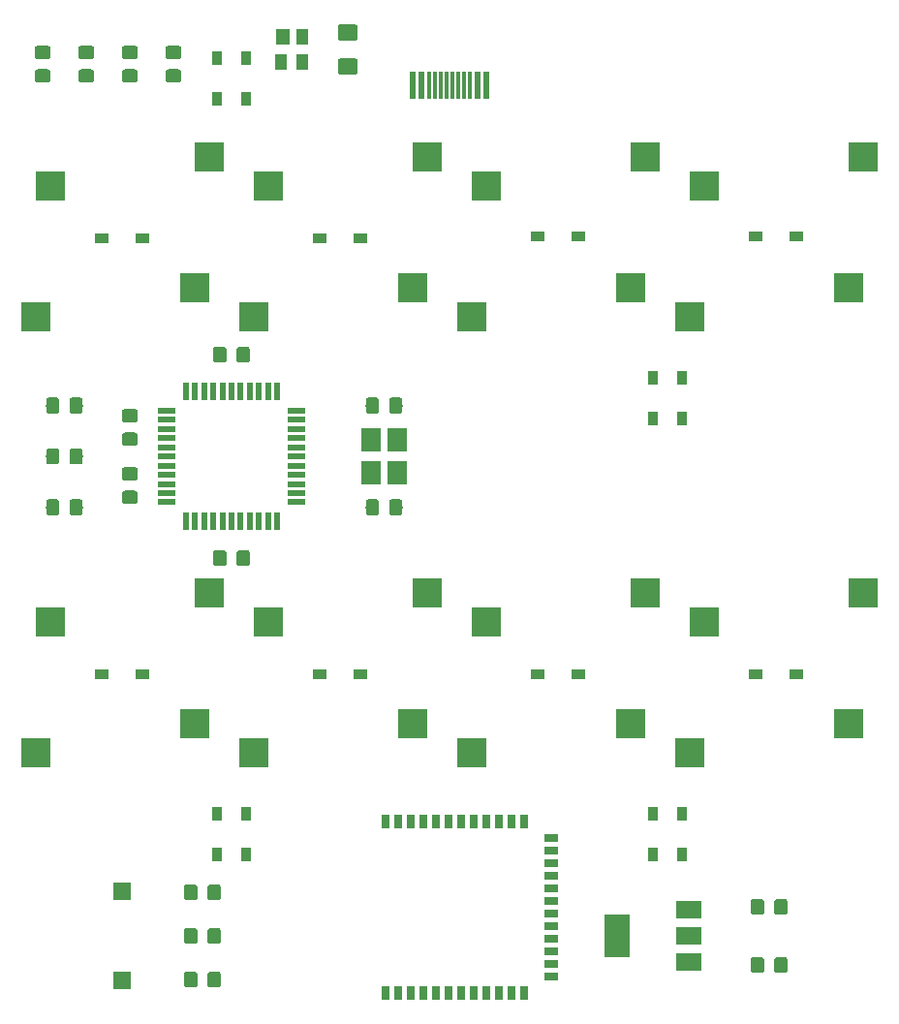
<source format=gbr>
G04 #@! TF.GenerationSoftware,KiCad,Pcbnew,(5.1.2)-2*
G04 #@! TF.CreationDate,2020-01-09T21:44:13+08:00*
G04 #@! TF.ProjectId,wingxx-receiver,77696e67-7878-42d7-9265-636569766572,rev?*
G04 #@! TF.SameCoordinates,Original*
G04 #@! TF.FileFunction,Paste,Bot*
G04 #@! TF.FilePolarity,Positive*
%FSLAX46Y46*%
G04 Gerber Fmt 4.6, Leading zero omitted, Abs format (unit mm)*
G04 Created by KiCad (PCBNEW (5.1.2)-2) date 2020-01-09 21:44:13*
%MOMM*%
%LPD*%
G04 APERTURE LIST*
%ADD10R,1.500000X1.500000*%
%ADD11R,1.800000X2.100000*%
%ADD12C,0.100000*%
%ADD13C,1.425000*%
%ADD14C,1.150000*%
%ADD15R,1.500000X0.550000*%
%ADD16R,0.550000X1.500000*%
%ADD17R,1.000000X1.400000*%
%ADD18R,1.200000X1.400000*%
%ADD19R,0.698500X1.198880*%
%ADD20R,1.198880X0.698500*%
%ADD21R,0.600000X2.450000*%
%ADD22R,0.300000X2.450000*%
%ADD23R,2.200000X3.800000*%
%ADD24R,2.200000X1.500000*%
%ADD25R,2.550000X2.500000*%
%ADD26R,0.950000X1.300000*%
%ADD27R,1.300000X0.950000*%
G04 APERTURE END LIST*
D10*
X85725000Y-143600000D03*
X85725000Y-135800000D03*
D11*
X109735000Y-99240000D03*
X109735000Y-96340000D03*
X107435000Y-96340000D03*
X107435000Y-99240000D03*
D12*
G36*
X106059504Y-63006204D02*
G01*
X106083773Y-63009804D01*
X106107571Y-63015765D01*
X106130671Y-63024030D01*
X106152849Y-63034520D01*
X106173893Y-63047133D01*
X106193598Y-63061747D01*
X106211777Y-63078223D01*
X106228253Y-63096402D01*
X106242867Y-63116107D01*
X106255480Y-63137151D01*
X106265970Y-63159329D01*
X106274235Y-63182429D01*
X106280196Y-63206227D01*
X106283796Y-63230496D01*
X106285000Y-63255000D01*
X106285000Y-64180000D01*
X106283796Y-64204504D01*
X106280196Y-64228773D01*
X106274235Y-64252571D01*
X106265970Y-64275671D01*
X106255480Y-64297849D01*
X106242867Y-64318893D01*
X106228253Y-64338598D01*
X106211777Y-64356777D01*
X106193598Y-64373253D01*
X106173893Y-64387867D01*
X106152849Y-64400480D01*
X106130671Y-64410970D01*
X106107571Y-64419235D01*
X106083773Y-64425196D01*
X106059504Y-64428796D01*
X106035000Y-64430000D01*
X104785000Y-64430000D01*
X104760496Y-64428796D01*
X104736227Y-64425196D01*
X104712429Y-64419235D01*
X104689329Y-64410970D01*
X104667151Y-64400480D01*
X104646107Y-64387867D01*
X104626402Y-64373253D01*
X104608223Y-64356777D01*
X104591747Y-64338598D01*
X104577133Y-64318893D01*
X104564520Y-64297849D01*
X104554030Y-64275671D01*
X104545765Y-64252571D01*
X104539804Y-64228773D01*
X104536204Y-64204504D01*
X104535000Y-64180000D01*
X104535000Y-63255000D01*
X104536204Y-63230496D01*
X104539804Y-63206227D01*
X104545765Y-63182429D01*
X104554030Y-63159329D01*
X104564520Y-63137151D01*
X104577133Y-63116107D01*
X104591747Y-63096402D01*
X104608223Y-63078223D01*
X104626402Y-63061747D01*
X104646107Y-63047133D01*
X104667151Y-63034520D01*
X104689329Y-63024030D01*
X104712429Y-63015765D01*
X104736227Y-63009804D01*
X104760496Y-63006204D01*
X104785000Y-63005000D01*
X106035000Y-63005000D01*
X106059504Y-63006204D01*
X106059504Y-63006204D01*
G37*
D13*
X105410000Y-63717500D03*
D12*
G36*
X106059504Y-60031204D02*
G01*
X106083773Y-60034804D01*
X106107571Y-60040765D01*
X106130671Y-60049030D01*
X106152849Y-60059520D01*
X106173893Y-60072133D01*
X106193598Y-60086747D01*
X106211777Y-60103223D01*
X106228253Y-60121402D01*
X106242867Y-60141107D01*
X106255480Y-60162151D01*
X106265970Y-60184329D01*
X106274235Y-60207429D01*
X106280196Y-60231227D01*
X106283796Y-60255496D01*
X106285000Y-60280000D01*
X106285000Y-61205000D01*
X106283796Y-61229504D01*
X106280196Y-61253773D01*
X106274235Y-61277571D01*
X106265970Y-61300671D01*
X106255480Y-61322849D01*
X106242867Y-61343893D01*
X106228253Y-61363598D01*
X106211777Y-61381777D01*
X106193598Y-61398253D01*
X106173893Y-61412867D01*
X106152849Y-61425480D01*
X106130671Y-61435970D01*
X106107571Y-61444235D01*
X106083773Y-61450196D01*
X106059504Y-61453796D01*
X106035000Y-61455000D01*
X104785000Y-61455000D01*
X104760496Y-61453796D01*
X104736227Y-61450196D01*
X104712429Y-61444235D01*
X104689329Y-61435970D01*
X104667151Y-61425480D01*
X104646107Y-61412867D01*
X104626402Y-61398253D01*
X104608223Y-61381777D01*
X104591747Y-61363598D01*
X104577133Y-61343893D01*
X104564520Y-61322849D01*
X104554030Y-61300671D01*
X104545765Y-61277571D01*
X104539804Y-61253773D01*
X104536204Y-61229504D01*
X104535000Y-61205000D01*
X104535000Y-60280000D01*
X104536204Y-60255496D01*
X104539804Y-60231227D01*
X104545765Y-60207429D01*
X104554030Y-60184329D01*
X104564520Y-60162151D01*
X104577133Y-60141107D01*
X104591747Y-60121402D01*
X104608223Y-60103223D01*
X104626402Y-60086747D01*
X104646107Y-60072133D01*
X104667151Y-60059520D01*
X104689329Y-60049030D01*
X104712429Y-60040765D01*
X104736227Y-60034804D01*
X104760496Y-60031204D01*
X104785000Y-60030000D01*
X106035000Y-60030000D01*
X106059504Y-60031204D01*
X106059504Y-60031204D01*
G37*
D13*
X105410000Y-60742500D03*
D12*
G36*
X79969505Y-97091204D02*
G01*
X79993773Y-97094804D01*
X80017572Y-97100765D01*
X80040671Y-97109030D01*
X80062850Y-97119520D01*
X80083893Y-97132132D01*
X80103599Y-97146747D01*
X80121777Y-97163223D01*
X80138253Y-97181401D01*
X80152868Y-97201107D01*
X80165480Y-97222150D01*
X80175970Y-97244329D01*
X80184235Y-97267428D01*
X80190196Y-97291227D01*
X80193796Y-97315495D01*
X80195000Y-97339999D01*
X80195000Y-98240001D01*
X80193796Y-98264505D01*
X80190196Y-98288773D01*
X80184235Y-98312572D01*
X80175970Y-98335671D01*
X80165480Y-98357850D01*
X80152868Y-98378893D01*
X80138253Y-98398599D01*
X80121777Y-98416777D01*
X80103599Y-98433253D01*
X80083893Y-98447868D01*
X80062850Y-98460480D01*
X80040671Y-98470970D01*
X80017572Y-98479235D01*
X79993773Y-98485196D01*
X79969505Y-98488796D01*
X79945001Y-98490000D01*
X79294999Y-98490000D01*
X79270495Y-98488796D01*
X79246227Y-98485196D01*
X79222428Y-98479235D01*
X79199329Y-98470970D01*
X79177150Y-98460480D01*
X79156107Y-98447868D01*
X79136401Y-98433253D01*
X79118223Y-98416777D01*
X79101747Y-98398599D01*
X79087132Y-98378893D01*
X79074520Y-98357850D01*
X79064030Y-98335671D01*
X79055765Y-98312572D01*
X79049804Y-98288773D01*
X79046204Y-98264505D01*
X79045000Y-98240001D01*
X79045000Y-97339999D01*
X79046204Y-97315495D01*
X79049804Y-97291227D01*
X79055765Y-97267428D01*
X79064030Y-97244329D01*
X79074520Y-97222150D01*
X79087132Y-97201107D01*
X79101747Y-97181401D01*
X79118223Y-97163223D01*
X79136401Y-97146747D01*
X79156107Y-97132132D01*
X79177150Y-97119520D01*
X79199329Y-97109030D01*
X79222428Y-97100765D01*
X79246227Y-97094804D01*
X79270495Y-97091204D01*
X79294999Y-97090000D01*
X79945001Y-97090000D01*
X79969505Y-97091204D01*
X79969505Y-97091204D01*
G37*
D14*
X79620000Y-97790000D03*
D12*
G36*
X82019505Y-97091204D02*
G01*
X82043773Y-97094804D01*
X82067572Y-97100765D01*
X82090671Y-97109030D01*
X82112850Y-97119520D01*
X82133893Y-97132132D01*
X82153599Y-97146747D01*
X82171777Y-97163223D01*
X82188253Y-97181401D01*
X82202868Y-97201107D01*
X82215480Y-97222150D01*
X82225970Y-97244329D01*
X82234235Y-97267428D01*
X82240196Y-97291227D01*
X82243796Y-97315495D01*
X82245000Y-97339999D01*
X82245000Y-98240001D01*
X82243796Y-98264505D01*
X82240196Y-98288773D01*
X82234235Y-98312572D01*
X82225970Y-98335671D01*
X82215480Y-98357850D01*
X82202868Y-98378893D01*
X82188253Y-98398599D01*
X82171777Y-98416777D01*
X82153599Y-98433253D01*
X82133893Y-98447868D01*
X82112850Y-98460480D01*
X82090671Y-98470970D01*
X82067572Y-98479235D01*
X82043773Y-98485196D01*
X82019505Y-98488796D01*
X81995001Y-98490000D01*
X81344999Y-98490000D01*
X81320495Y-98488796D01*
X81296227Y-98485196D01*
X81272428Y-98479235D01*
X81249329Y-98470970D01*
X81227150Y-98460480D01*
X81206107Y-98447868D01*
X81186401Y-98433253D01*
X81168223Y-98416777D01*
X81151747Y-98398599D01*
X81137132Y-98378893D01*
X81124520Y-98357850D01*
X81114030Y-98335671D01*
X81105765Y-98312572D01*
X81099804Y-98288773D01*
X81096204Y-98264505D01*
X81095000Y-98240001D01*
X81095000Y-97339999D01*
X81096204Y-97315495D01*
X81099804Y-97291227D01*
X81105765Y-97267428D01*
X81114030Y-97244329D01*
X81124520Y-97222150D01*
X81137132Y-97201107D01*
X81151747Y-97181401D01*
X81168223Y-97163223D01*
X81186401Y-97146747D01*
X81206107Y-97132132D01*
X81227150Y-97119520D01*
X81249329Y-97109030D01*
X81272428Y-97100765D01*
X81296227Y-97094804D01*
X81320495Y-97091204D01*
X81344999Y-97090000D01*
X81995001Y-97090000D01*
X82019505Y-97091204D01*
X82019505Y-97091204D01*
G37*
D14*
X81670000Y-97790000D03*
D12*
G36*
X82019505Y-92646204D02*
G01*
X82043773Y-92649804D01*
X82067572Y-92655765D01*
X82090671Y-92664030D01*
X82112850Y-92674520D01*
X82133893Y-92687132D01*
X82153599Y-92701747D01*
X82171777Y-92718223D01*
X82188253Y-92736401D01*
X82202868Y-92756107D01*
X82215480Y-92777150D01*
X82225970Y-92799329D01*
X82234235Y-92822428D01*
X82240196Y-92846227D01*
X82243796Y-92870495D01*
X82245000Y-92894999D01*
X82245000Y-93795001D01*
X82243796Y-93819505D01*
X82240196Y-93843773D01*
X82234235Y-93867572D01*
X82225970Y-93890671D01*
X82215480Y-93912850D01*
X82202868Y-93933893D01*
X82188253Y-93953599D01*
X82171777Y-93971777D01*
X82153599Y-93988253D01*
X82133893Y-94002868D01*
X82112850Y-94015480D01*
X82090671Y-94025970D01*
X82067572Y-94034235D01*
X82043773Y-94040196D01*
X82019505Y-94043796D01*
X81995001Y-94045000D01*
X81344999Y-94045000D01*
X81320495Y-94043796D01*
X81296227Y-94040196D01*
X81272428Y-94034235D01*
X81249329Y-94025970D01*
X81227150Y-94015480D01*
X81206107Y-94002868D01*
X81186401Y-93988253D01*
X81168223Y-93971777D01*
X81151747Y-93953599D01*
X81137132Y-93933893D01*
X81124520Y-93912850D01*
X81114030Y-93890671D01*
X81105765Y-93867572D01*
X81099804Y-93843773D01*
X81096204Y-93819505D01*
X81095000Y-93795001D01*
X81095000Y-92894999D01*
X81096204Y-92870495D01*
X81099804Y-92846227D01*
X81105765Y-92822428D01*
X81114030Y-92799329D01*
X81124520Y-92777150D01*
X81137132Y-92756107D01*
X81151747Y-92736401D01*
X81168223Y-92718223D01*
X81186401Y-92701747D01*
X81206107Y-92687132D01*
X81227150Y-92674520D01*
X81249329Y-92664030D01*
X81272428Y-92655765D01*
X81296227Y-92649804D01*
X81320495Y-92646204D01*
X81344999Y-92645000D01*
X81995001Y-92645000D01*
X82019505Y-92646204D01*
X82019505Y-92646204D01*
G37*
D14*
X81670000Y-93345000D03*
D12*
G36*
X79969505Y-92646204D02*
G01*
X79993773Y-92649804D01*
X80017572Y-92655765D01*
X80040671Y-92664030D01*
X80062850Y-92674520D01*
X80083893Y-92687132D01*
X80103599Y-92701747D01*
X80121777Y-92718223D01*
X80138253Y-92736401D01*
X80152868Y-92756107D01*
X80165480Y-92777150D01*
X80175970Y-92799329D01*
X80184235Y-92822428D01*
X80190196Y-92846227D01*
X80193796Y-92870495D01*
X80195000Y-92894999D01*
X80195000Y-93795001D01*
X80193796Y-93819505D01*
X80190196Y-93843773D01*
X80184235Y-93867572D01*
X80175970Y-93890671D01*
X80165480Y-93912850D01*
X80152868Y-93933893D01*
X80138253Y-93953599D01*
X80121777Y-93971777D01*
X80103599Y-93988253D01*
X80083893Y-94002868D01*
X80062850Y-94015480D01*
X80040671Y-94025970D01*
X80017572Y-94034235D01*
X79993773Y-94040196D01*
X79969505Y-94043796D01*
X79945001Y-94045000D01*
X79294999Y-94045000D01*
X79270495Y-94043796D01*
X79246227Y-94040196D01*
X79222428Y-94034235D01*
X79199329Y-94025970D01*
X79177150Y-94015480D01*
X79156107Y-94002868D01*
X79136401Y-93988253D01*
X79118223Y-93971777D01*
X79101747Y-93953599D01*
X79087132Y-93933893D01*
X79074520Y-93912850D01*
X79064030Y-93890671D01*
X79055765Y-93867572D01*
X79049804Y-93843773D01*
X79046204Y-93819505D01*
X79045000Y-93795001D01*
X79045000Y-92894999D01*
X79046204Y-92870495D01*
X79049804Y-92846227D01*
X79055765Y-92822428D01*
X79064030Y-92799329D01*
X79074520Y-92777150D01*
X79087132Y-92756107D01*
X79101747Y-92736401D01*
X79118223Y-92718223D01*
X79136401Y-92701747D01*
X79156107Y-92687132D01*
X79177150Y-92674520D01*
X79199329Y-92664030D01*
X79222428Y-92655765D01*
X79246227Y-92649804D01*
X79270495Y-92646204D01*
X79294999Y-92645000D01*
X79945001Y-92645000D01*
X79969505Y-92646204D01*
X79969505Y-92646204D01*
G37*
D14*
X79620000Y-93345000D03*
D12*
G36*
X90644505Y-63951204D02*
G01*
X90668773Y-63954804D01*
X90692572Y-63960765D01*
X90715671Y-63969030D01*
X90737850Y-63979520D01*
X90758893Y-63992132D01*
X90778599Y-64006747D01*
X90796777Y-64023223D01*
X90813253Y-64041401D01*
X90827868Y-64061107D01*
X90840480Y-64082150D01*
X90850970Y-64104329D01*
X90859235Y-64127428D01*
X90865196Y-64151227D01*
X90868796Y-64175495D01*
X90870000Y-64199999D01*
X90870000Y-64850001D01*
X90868796Y-64874505D01*
X90865196Y-64898773D01*
X90859235Y-64922572D01*
X90850970Y-64945671D01*
X90840480Y-64967850D01*
X90827868Y-64988893D01*
X90813253Y-65008599D01*
X90796777Y-65026777D01*
X90778599Y-65043253D01*
X90758893Y-65057868D01*
X90737850Y-65070480D01*
X90715671Y-65080970D01*
X90692572Y-65089235D01*
X90668773Y-65095196D01*
X90644505Y-65098796D01*
X90620001Y-65100000D01*
X89719999Y-65100000D01*
X89695495Y-65098796D01*
X89671227Y-65095196D01*
X89647428Y-65089235D01*
X89624329Y-65080970D01*
X89602150Y-65070480D01*
X89581107Y-65057868D01*
X89561401Y-65043253D01*
X89543223Y-65026777D01*
X89526747Y-65008599D01*
X89512132Y-64988893D01*
X89499520Y-64967850D01*
X89489030Y-64945671D01*
X89480765Y-64922572D01*
X89474804Y-64898773D01*
X89471204Y-64874505D01*
X89470000Y-64850001D01*
X89470000Y-64199999D01*
X89471204Y-64175495D01*
X89474804Y-64151227D01*
X89480765Y-64127428D01*
X89489030Y-64104329D01*
X89499520Y-64082150D01*
X89512132Y-64061107D01*
X89526747Y-64041401D01*
X89543223Y-64023223D01*
X89561401Y-64006747D01*
X89581107Y-63992132D01*
X89602150Y-63979520D01*
X89624329Y-63969030D01*
X89647428Y-63960765D01*
X89671227Y-63954804D01*
X89695495Y-63951204D01*
X89719999Y-63950000D01*
X90620001Y-63950000D01*
X90644505Y-63951204D01*
X90644505Y-63951204D01*
G37*
D14*
X90170000Y-64525000D03*
D12*
G36*
X90644505Y-61901204D02*
G01*
X90668773Y-61904804D01*
X90692572Y-61910765D01*
X90715671Y-61919030D01*
X90737850Y-61929520D01*
X90758893Y-61942132D01*
X90778599Y-61956747D01*
X90796777Y-61973223D01*
X90813253Y-61991401D01*
X90827868Y-62011107D01*
X90840480Y-62032150D01*
X90850970Y-62054329D01*
X90859235Y-62077428D01*
X90865196Y-62101227D01*
X90868796Y-62125495D01*
X90870000Y-62149999D01*
X90870000Y-62800001D01*
X90868796Y-62824505D01*
X90865196Y-62848773D01*
X90859235Y-62872572D01*
X90850970Y-62895671D01*
X90840480Y-62917850D01*
X90827868Y-62938893D01*
X90813253Y-62958599D01*
X90796777Y-62976777D01*
X90778599Y-62993253D01*
X90758893Y-63007868D01*
X90737850Y-63020480D01*
X90715671Y-63030970D01*
X90692572Y-63039235D01*
X90668773Y-63045196D01*
X90644505Y-63048796D01*
X90620001Y-63050000D01*
X89719999Y-63050000D01*
X89695495Y-63048796D01*
X89671227Y-63045196D01*
X89647428Y-63039235D01*
X89624329Y-63030970D01*
X89602150Y-63020480D01*
X89581107Y-63007868D01*
X89561401Y-62993253D01*
X89543223Y-62976777D01*
X89526747Y-62958599D01*
X89512132Y-62938893D01*
X89499520Y-62917850D01*
X89489030Y-62895671D01*
X89480765Y-62872572D01*
X89474804Y-62848773D01*
X89471204Y-62824505D01*
X89470000Y-62800001D01*
X89470000Y-62149999D01*
X89471204Y-62125495D01*
X89474804Y-62101227D01*
X89480765Y-62077428D01*
X89489030Y-62054329D01*
X89499520Y-62032150D01*
X89512132Y-62011107D01*
X89526747Y-61991401D01*
X89543223Y-61973223D01*
X89561401Y-61956747D01*
X89581107Y-61942132D01*
X89602150Y-61929520D01*
X89624329Y-61919030D01*
X89647428Y-61910765D01*
X89671227Y-61904804D01*
X89695495Y-61901204D01*
X89719999Y-61900000D01*
X90620001Y-61900000D01*
X90644505Y-61901204D01*
X90644505Y-61901204D01*
G37*
D14*
X90170000Y-62475000D03*
D12*
G36*
X86834505Y-63951204D02*
G01*
X86858773Y-63954804D01*
X86882572Y-63960765D01*
X86905671Y-63969030D01*
X86927850Y-63979520D01*
X86948893Y-63992132D01*
X86968599Y-64006747D01*
X86986777Y-64023223D01*
X87003253Y-64041401D01*
X87017868Y-64061107D01*
X87030480Y-64082150D01*
X87040970Y-64104329D01*
X87049235Y-64127428D01*
X87055196Y-64151227D01*
X87058796Y-64175495D01*
X87060000Y-64199999D01*
X87060000Y-64850001D01*
X87058796Y-64874505D01*
X87055196Y-64898773D01*
X87049235Y-64922572D01*
X87040970Y-64945671D01*
X87030480Y-64967850D01*
X87017868Y-64988893D01*
X87003253Y-65008599D01*
X86986777Y-65026777D01*
X86968599Y-65043253D01*
X86948893Y-65057868D01*
X86927850Y-65070480D01*
X86905671Y-65080970D01*
X86882572Y-65089235D01*
X86858773Y-65095196D01*
X86834505Y-65098796D01*
X86810001Y-65100000D01*
X85909999Y-65100000D01*
X85885495Y-65098796D01*
X85861227Y-65095196D01*
X85837428Y-65089235D01*
X85814329Y-65080970D01*
X85792150Y-65070480D01*
X85771107Y-65057868D01*
X85751401Y-65043253D01*
X85733223Y-65026777D01*
X85716747Y-65008599D01*
X85702132Y-64988893D01*
X85689520Y-64967850D01*
X85679030Y-64945671D01*
X85670765Y-64922572D01*
X85664804Y-64898773D01*
X85661204Y-64874505D01*
X85660000Y-64850001D01*
X85660000Y-64199999D01*
X85661204Y-64175495D01*
X85664804Y-64151227D01*
X85670765Y-64127428D01*
X85679030Y-64104329D01*
X85689520Y-64082150D01*
X85702132Y-64061107D01*
X85716747Y-64041401D01*
X85733223Y-64023223D01*
X85751401Y-64006747D01*
X85771107Y-63992132D01*
X85792150Y-63979520D01*
X85814329Y-63969030D01*
X85837428Y-63960765D01*
X85861227Y-63954804D01*
X85885495Y-63951204D01*
X85909999Y-63950000D01*
X86810001Y-63950000D01*
X86834505Y-63951204D01*
X86834505Y-63951204D01*
G37*
D14*
X86360000Y-64525000D03*
D12*
G36*
X86834505Y-61901204D02*
G01*
X86858773Y-61904804D01*
X86882572Y-61910765D01*
X86905671Y-61919030D01*
X86927850Y-61929520D01*
X86948893Y-61942132D01*
X86968599Y-61956747D01*
X86986777Y-61973223D01*
X87003253Y-61991401D01*
X87017868Y-62011107D01*
X87030480Y-62032150D01*
X87040970Y-62054329D01*
X87049235Y-62077428D01*
X87055196Y-62101227D01*
X87058796Y-62125495D01*
X87060000Y-62149999D01*
X87060000Y-62800001D01*
X87058796Y-62824505D01*
X87055196Y-62848773D01*
X87049235Y-62872572D01*
X87040970Y-62895671D01*
X87030480Y-62917850D01*
X87017868Y-62938893D01*
X87003253Y-62958599D01*
X86986777Y-62976777D01*
X86968599Y-62993253D01*
X86948893Y-63007868D01*
X86927850Y-63020480D01*
X86905671Y-63030970D01*
X86882572Y-63039235D01*
X86858773Y-63045196D01*
X86834505Y-63048796D01*
X86810001Y-63050000D01*
X85909999Y-63050000D01*
X85885495Y-63048796D01*
X85861227Y-63045196D01*
X85837428Y-63039235D01*
X85814329Y-63030970D01*
X85792150Y-63020480D01*
X85771107Y-63007868D01*
X85751401Y-62993253D01*
X85733223Y-62976777D01*
X85716747Y-62958599D01*
X85702132Y-62938893D01*
X85689520Y-62917850D01*
X85679030Y-62895671D01*
X85670765Y-62872572D01*
X85664804Y-62848773D01*
X85661204Y-62824505D01*
X85660000Y-62800001D01*
X85660000Y-62149999D01*
X85661204Y-62125495D01*
X85664804Y-62101227D01*
X85670765Y-62077428D01*
X85679030Y-62054329D01*
X85689520Y-62032150D01*
X85702132Y-62011107D01*
X85716747Y-61991401D01*
X85733223Y-61973223D01*
X85751401Y-61956747D01*
X85771107Y-61942132D01*
X85792150Y-61929520D01*
X85814329Y-61919030D01*
X85837428Y-61910765D01*
X85861227Y-61904804D01*
X85885495Y-61901204D01*
X85909999Y-61900000D01*
X86810001Y-61900000D01*
X86834505Y-61901204D01*
X86834505Y-61901204D01*
G37*
D14*
X86360000Y-62475000D03*
D12*
G36*
X83024505Y-63951204D02*
G01*
X83048773Y-63954804D01*
X83072572Y-63960765D01*
X83095671Y-63969030D01*
X83117850Y-63979520D01*
X83138893Y-63992132D01*
X83158599Y-64006747D01*
X83176777Y-64023223D01*
X83193253Y-64041401D01*
X83207868Y-64061107D01*
X83220480Y-64082150D01*
X83230970Y-64104329D01*
X83239235Y-64127428D01*
X83245196Y-64151227D01*
X83248796Y-64175495D01*
X83250000Y-64199999D01*
X83250000Y-64850001D01*
X83248796Y-64874505D01*
X83245196Y-64898773D01*
X83239235Y-64922572D01*
X83230970Y-64945671D01*
X83220480Y-64967850D01*
X83207868Y-64988893D01*
X83193253Y-65008599D01*
X83176777Y-65026777D01*
X83158599Y-65043253D01*
X83138893Y-65057868D01*
X83117850Y-65070480D01*
X83095671Y-65080970D01*
X83072572Y-65089235D01*
X83048773Y-65095196D01*
X83024505Y-65098796D01*
X83000001Y-65100000D01*
X82099999Y-65100000D01*
X82075495Y-65098796D01*
X82051227Y-65095196D01*
X82027428Y-65089235D01*
X82004329Y-65080970D01*
X81982150Y-65070480D01*
X81961107Y-65057868D01*
X81941401Y-65043253D01*
X81923223Y-65026777D01*
X81906747Y-65008599D01*
X81892132Y-64988893D01*
X81879520Y-64967850D01*
X81869030Y-64945671D01*
X81860765Y-64922572D01*
X81854804Y-64898773D01*
X81851204Y-64874505D01*
X81850000Y-64850001D01*
X81850000Y-64199999D01*
X81851204Y-64175495D01*
X81854804Y-64151227D01*
X81860765Y-64127428D01*
X81869030Y-64104329D01*
X81879520Y-64082150D01*
X81892132Y-64061107D01*
X81906747Y-64041401D01*
X81923223Y-64023223D01*
X81941401Y-64006747D01*
X81961107Y-63992132D01*
X81982150Y-63979520D01*
X82004329Y-63969030D01*
X82027428Y-63960765D01*
X82051227Y-63954804D01*
X82075495Y-63951204D01*
X82099999Y-63950000D01*
X83000001Y-63950000D01*
X83024505Y-63951204D01*
X83024505Y-63951204D01*
G37*
D14*
X82550000Y-64525000D03*
D12*
G36*
X83024505Y-61901204D02*
G01*
X83048773Y-61904804D01*
X83072572Y-61910765D01*
X83095671Y-61919030D01*
X83117850Y-61929520D01*
X83138893Y-61942132D01*
X83158599Y-61956747D01*
X83176777Y-61973223D01*
X83193253Y-61991401D01*
X83207868Y-62011107D01*
X83220480Y-62032150D01*
X83230970Y-62054329D01*
X83239235Y-62077428D01*
X83245196Y-62101227D01*
X83248796Y-62125495D01*
X83250000Y-62149999D01*
X83250000Y-62800001D01*
X83248796Y-62824505D01*
X83245196Y-62848773D01*
X83239235Y-62872572D01*
X83230970Y-62895671D01*
X83220480Y-62917850D01*
X83207868Y-62938893D01*
X83193253Y-62958599D01*
X83176777Y-62976777D01*
X83158599Y-62993253D01*
X83138893Y-63007868D01*
X83117850Y-63020480D01*
X83095671Y-63030970D01*
X83072572Y-63039235D01*
X83048773Y-63045196D01*
X83024505Y-63048796D01*
X83000001Y-63050000D01*
X82099999Y-63050000D01*
X82075495Y-63048796D01*
X82051227Y-63045196D01*
X82027428Y-63039235D01*
X82004329Y-63030970D01*
X81982150Y-63020480D01*
X81961107Y-63007868D01*
X81941401Y-62993253D01*
X81923223Y-62976777D01*
X81906747Y-62958599D01*
X81892132Y-62938893D01*
X81879520Y-62917850D01*
X81869030Y-62895671D01*
X81860765Y-62872572D01*
X81854804Y-62848773D01*
X81851204Y-62824505D01*
X81850000Y-62800001D01*
X81850000Y-62149999D01*
X81851204Y-62125495D01*
X81854804Y-62101227D01*
X81860765Y-62077428D01*
X81869030Y-62054329D01*
X81879520Y-62032150D01*
X81892132Y-62011107D01*
X81906747Y-61991401D01*
X81923223Y-61973223D01*
X81941401Y-61956747D01*
X81961107Y-61942132D01*
X81982150Y-61929520D01*
X82004329Y-61919030D01*
X82027428Y-61910765D01*
X82051227Y-61904804D01*
X82075495Y-61901204D01*
X82099999Y-61900000D01*
X83000001Y-61900000D01*
X83024505Y-61901204D01*
X83024505Y-61901204D01*
G37*
D14*
X82550000Y-62475000D03*
D12*
G36*
X79214505Y-63951204D02*
G01*
X79238773Y-63954804D01*
X79262572Y-63960765D01*
X79285671Y-63969030D01*
X79307850Y-63979520D01*
X79328893Y-63992132D01*
X79348599Y-64006747D01*
X79366777Y-64023223D01*
X79383253Y-64041401D01*
X79397868Y-64061107D01*
X79410480Y-64082150D01*
X79420970Y-64104329D01*
X79429235Y-64127428D01*
X79435196Y-64151227D01*
X79438796Y-64175495D01*
X79440000Y-64199999D01*
X79440000Y-64850001D01*
X79438796Y-64874505D01*
X79435196Y-64898773D01*
X79429235Y-64922572D01*
X79420970Y-64945671D01*
X79410480Y-64967850D01*
X79397868Y-64988893D01*
X79383253Y-65008599D01*
X79366777Y-65026777D01*
X79348599Y-65043253D01*
X79328893Y-65057868D01*
X79307850Y-65070480D01*
X79285671Y-65080970D01*
X79262572Y-65089235D01*
X79238773Y-65095196D01*
X79214505Y-65098796D01*
X79190001Y-65100000D01*
X78289999Y-65100000D01*
X78265495Y-65098796D01*
X78241227Y-65095196D01*
X78217428Y-65089235D01*
X78194329Y-65080970D01*
X78172150Y-65070480D01*
X78151107Y-65057868D01*
X78131401Y-65043253D01*
X78113223Y-65026777D01*
X78096747Y-65008599D01*
X78082132Y-64988893D01*
X78069520Y-64967850D01*
X78059030Y-64945671D01*
X78050765Y-64922572D01*
X78044804Y-64898773D01*
X78041204Y-64874505D01*
X78040000Y-64850001D01*
X78040000Y-64199999D01*
X78041204Y-64175495D01*
X78044804Y-64151227D01*
X78050765Y-64127428D01*
X78059030Y-64104329D01*
X78069520Y-64082150D01*
X78082132Y-64061107D01*
X78096747Y-64041401D01*
X78113223Y-64023223D01*
X78131401Y-64006747D01*
X78151107Y-63992132D01*
X78172150Y-63979520D01*
X78194329Y-63969030D01*
X78217428Y-63960765D01*
X78241227Y-63954804D01*
X78265495Y-63951204D01*
X78289999Y-63950000D01*
X79190001Y-63950000D01*
X79214505Y-63951204D01*
X79214505Y-63951204D01*
G37*
D14*
X78740000Y-64525000D03*
D12*
G36*
X79214505Y-61901204D02*
G01*
X79238773Y-61904804D01*
X79262572Y-61910765D01*
X79285671Y-61919030D01*
X79307850Y-61929520D01*
X79328893Y-61942132D01*
X79348599Y-61956747D01*
X79366777Y-61973223D01*
X79383253Y-61991401D01*
X79397868Y-62011107D01*
X79410480Y-62032150D01*
X79420970Y-62054329D01*
X79429235Y-62077428D01*
X79435196Y-62101227D01*
X79438796Y-62125495D01*
X79440000Y-62149999D01*
X79440000Y-62800001D01*
X79438796Y-62824505D01*
X79435196Y-62848773D01*
X79429235Y-62872572D01*
X79420970Y-62895671D01*
X79410480Y-62917850D01*
X79397868Y-62938893D01*
X79383253Y-62958599D01*
X79366777Y-62976777D01*
X79348599Y-62993253D01*
X79328893Y-63007868D01*
X79307850Y-63020480D01*
X79285671Y-63030970D01*
X79262572Y-63039235D01*
X79238773Y-63045196D01*
X79214505Y-63048796D01*
X79190001Y-63050000D01*
X78289999Y-63050000D01*
X78265495Y-63048796D01*
X78241227Y-63045196D01*
X78217428Y-63039235D01*
X78194329Y-63030970D01*
X78172150Y-63020480D01*
X78151107Y-63007868D01*
X78131401Y-62993253D01*
X78113223Y-62976777D01*
X78096747Y-62958599D01*
X78082132Y-62938893D01*
X78069520Y-62917850D01*
X78059030Y-62895671D01*
X78050765Y-62872572D01*
X78044804Y-62848773D01*
X78041204Y-62824505D01*
X78040000Y-62800001D01*
X78040000Y-62149999D01*
X78041204Y-62125495D01*
X78044804Y-62101227D01*
X78050765Y-62077428D01*
X78059030Y-62054329D01*
X78069520Y-62032150D01*
X78082132Y-62011107D01*
X78096747Y-61991401D01*
X78113223Y-61973223D01*
X78131401Y-61956747D01*
X78151107Y-61942132D01*
X78172150Y-61929520D01*
X78194329Y-61919030D01*
X78217428Y-61910765D01*
X78241227Y-61904804D01*
X78265495Y-61901204D01*
X78289999Y-61900000D01*
X79190001Y-61900000D01*
X79214505Y-61901204D01*
X79214505Y-61901204D01*
G37*
D14*
X78740000Y-62475000D03*
D12*
G36*
X141564505Y-136461204D02*
G01*
X141588773Y-136464804D01*
X141612572Y-136470765D01*
X141635671Y-136479030D01*
X141657850Y-136489520D01*
X141678893Y-136502132D01*
X141698599Y-136516747D01*
X141716777Y-136533223D01*
X141733253Y-136551401D01*
X141747868Y-136571107D01*
X141760480Y-136592150D01*
X141770970Y-136614329D01*
X141779235Y-136637428D01*
X141785196Y-136661227D01*
X141788796Y-136685495D01*
X141790000Y-136709999D01*
X141790000Y-137610001D01*
X141788796Y-137634505D01*
X141785196Y-137658773D01*
X141779235Y-137682572D01*
X141770970Y-137705671D01*
X141760480Y-137727850D01*
X141747868Y-137748893D01*
X141733253Y-137768599D01*
X141716777Y-137786777D01*
X141698599Y-137803253D01*
X141678893Y-137817868D01*
X141657850Y-137830480D01*
X141635671Y-137840970D01*
X141612572Y-137849235D01*
X141588773Y-137855196D01*
X141564505Y-137858796D01*
X141540001Y-137860000D01*
X140889999Y-137860000D01*
X140865495Y-137858796D01*
X140841227Y-137855196D01*
X140817428Y-137849235D01*
X140794329Y-137840970D01*
X140772150Y-137830480D01*
X140751107Y-137817868D01*
X140731401Y-137803253D01*
X140713223Y-137786777D01*
X140696747Y-137768599D01*
X140682132Y-137748893D01*
X140669520Y-137727850D01*
X140659030Y-137705671D01*
X140650765Y-137682572D01*
X140644804Y-137658773D01*
X140641204Y-137634505D01*
X140640000Y-137610001D01*
X140640000Y-136709999D01*
X140641204Y-136685495D01*
X140644804Y-136661227D01*
X140650765Y-136637428D01*
X140659030Y-136614329D01*
X140669520Y-136592150D01*
X140682132Y-136571107D01*
X140696747Y-136551401D01*
X140713223Y-136533223D01*
X140731401Y-136516747D01*
X140751107Y-136502132D01*
X140772150Y-136489520D01*
X140794329Y-136479030D01*
X140817428Y-136470765D01*
X140841227Y-136464804D01*
X140865495Y-136461204D01*
X140889999Y-136460000D01*
X141540001Y-136460000D01*
X141564505Y-136461204D01*
X141564505Y-136461204D01*
G37*
D14*
X141215000Y-137160000D03*
D12*
G36*
X143614505Y-136461204D02*
G01*
X143638773Y-136464804D01*
X143662572Y-136470765D01*
X143685671Y-136479030D01*
X143707850Y-136489520D01*
X143728893Y-136502132D01*
X143748599Y-136516747D01*
X143766777Y-136533223D01*
X143783253Y-136551401D01*
X143797868Y-136571107D01*
X143810480Y-136592150D01*
X143820970Y-136614329D01*
X143829235Y-136637428D01*
X143835196Y-136661227D01*
X143838796Y-136685495D01*
X143840000Y-136709999D01*
X143840000Y-137610001D01*
X143838796Y-137634505D01*
X143835196Y-137658773D01*
X143829235Y-137682572D01*
X143820970Y-137705671D01*
X143810480Y-137727850D01*
X143797868Y-137748893D01*
X143783253Y-137768599D01*
X143766777Y-137786777D01*
X143748599Y-137803253D01*
X143728893Y-137817868D01*
X143707850Y-137830480D01*
X143685671Y-137840970D01*
X143662572Y-137849235D01*
X143638773Y-137855196D01*
X143614505Y-137858796D01*
X143590001Y-137860000D01*
X142939999Y-137860000D01*
X142915495Y-137858796D01*
X142891227Y-137855196D01*
X142867428Y-137849235D01*
X142844329Y-137840970D01*
X142822150Y-137830480D01*
X142801107Y-137817868D01*
X142781401Y-137803253D01*
X142763223Y-137786777D01*
X142746747Y-137768599D01*
X142732132Y-137748893D01*
X142719520Y-137727850D01*
X142709030Y-137705671D01*
X142700765Y-137682572D01*
X142694804Y-137658773D01*
X142691204Y-137634505D01*
X142690000Y-137610001D01*
X142690000Y-136709999D01*
X142691204Y-136685495D01*
X142694804Y-136661227D01*
X142700765Y-136637428D01*
X142709030Y-136614329D01*
X142719520Y-136592150D01*
X142732132Y-136571107D01*
X142746747Y-136551401D01*
X142763223Y-136533223D01*
X142781401Y-136516747D01*
X142801107Y-136502132D01*
X142822150Y-136489520D01*
X142844329Y-136479030D01*
X142867428Y-136470765D01*
X142891227Y-136464804D01*
X142915495Y-136461204D01*
X142939999Y-136460000D01*
X143590001Y-136460000D01*
X143614505Y-136461204D01*
X143614505Y-136461204D01*
G37*
D14*
X143265000Y-137160000D03*
D12*
G36*
X141564505Y-141541204D02*
G01*
X141588773Y-141544804D01*
X141612572Y-141550765D01*
X141635671Y-141559030D01*
X141657850Y-141569520D01*
X141678893Y-141582132D01*
X141698599Y-141596747D01*
X141716777Y-141613223D01*
X141733253Y-141631401D01*
X141747868Y-141651107D01*
X141760480Y-141672150D01*
X141770970Y-141694329D01*
X141779235Y-141717428D01*
X141785196Y-141741227D01*
X141788796Y-141765495D01*
X141790000Y-141789999D01*
X141790000Y-142690001D01*
X141788796Y-142714505D01*
X141785196Y-142738773D01*
X141779235Y-142762572D01*
X141770970Y-142785671D01*
X141760480Y-142807850D01*
X141747868Y-142828893D01*
X141733253Y-142848599D01*
X141716777Y-142866777D01*
X141698599Y-142883253D01*
X141678893Y-142897868D01*
X141657850Y-142910480D01*
X141635671Y-142920970D01*
X141612572Y-142929235D01*
X141588773Y-142935196D01*
X141564505Y-142938796D01*
X141540001Y-142940000D01*
X140889999Y-142940000D01*
X140865495Y-142938796D01*
X140841227Y-142935196D01*
X140817428Y-142929235D01*
X140794329Y-142920970D01*
X140772150Y-142910480D01*
X140751107Y-142897868D01*
X140731401Y-142883253D01*
X140713223Y-142866777D01*
X140696747Y-142848599D01*
X140682132Y-142828893D01*
X140669520Y-142807850D01*
X140659030Y-142785671D01*
X140650765Y-142762572D01*
X140644804Y-142738773D01*
X140641204Y-142714505D01*
X140640000Y-142690001D01*
X140640000Y-141789999D01*
X140641204Y-141765495D01*
X140644804Y-141741227D01*
X140650765Y-141717428D01*
X140659030Y-141694329D01*
X140669520Y-141672150D01*
X140682132Y-141651107D01*
X140696747Y-141631401D01*
X140713223Y-141613223D01*
X140731401Y-141596747D01*
X140751107Y-141582132D01*
X140772150Y-141569520D01*
X140794329Y-141559030D01*
X140817428Y-141550765D01*
X140841227Y-141544804D01*
X140865495Y-141541204D01*
X140889999Y-141540000D01*
X141540001Y-141540000D01*
X141564505Y-141541204D01*
X141564505Y-141541204D01*
G37*
D14*
X141215000Y-142240000D03*
D12*
G36*
X143614505Y-141541204D02*
G01*
X143638773Y-141544804D01*
X143662572Y-141550765D01*
X143685671Y-141559030D01*
X143707850Y-141569520D01*
X143728893Y-141582132D01*
X143748599Y-141596747D01*
X143766777Y-141613223D01*
X143783253Y-141631401D01*
X143797868Y-141651107D01*
X143810480Y-141672150D01*
X143820970Y-141694329D01*
X143829235Y-141717428D01*
X143835196Y-141741227D01*
X143838796Y-141765495D01*
X143840000Y-141789999D01*
X143840000Y-142690001D01*
X143838796Y-142714505D01*
X143835196Y-142738773D01*
X143829235Y-142762572D01*
X143820970Y-142785671D01*
X143810480Y-142807850D01*
X143797868Y-142828893D01*
X143783253Y-142848599D01*
X143766777Y-142866777D01*
X143748599Y-142883253D01*
X143728893Y-142897868D01*
X143707850Y-142910480D01*
X143685671Y-142920970D01*
X143662572Y-142929235D01*
X143638773Y-142935196D01*
X143614505Y-142938796D01*
X143590001Y-142940000D01*
X142939999Y-142940000D01*
X142915495Y-142938796D01*
X142891227Y-142935196D01*
X142867428Y-142929235D01*
X142844329Y-142920970D01*
X142822150Y-142910480D01*
X142801107Y-142897868D01*
X142781401Y-142883253D01*
X142763223Y-142866777D01*
X142746747Y-142848599D01*
X142732132Y-142828893D01*
X142719520Y-142807850D01*
X142709030Y-142785671D01*
X142700765Y-142762572D01*
X142694804Y-142738773D01*
X142691204Y-142714505D01*
X142690000Y-142690001D01*
X142690000Y-141789999D01*
X142691204Y-141765495D01*
X142694804Y-141741227D01*
X142700765Y-141717428D01*
X142709030Y-141694329D01*
X142719520Y-141672150D01*
X142732132Y-141651107D01*
X142746747Y-141631401D01*
X142763223Y-141613223D01*
X142781401Y-141596747D01*
X142801107Y-141582132D01*
X142822150Y-141569520D01*
X142844329Y-141559030D01*
X142867428Y-141550765D01*
X142891227Y-141544804D01*
X142915495Y-141541204D01*
X142939999Y-141540000D01*
X143590001Y-141540000D01*
X143614505Y-141541204D01*
X143614505Y-141541204D01*
G37*
D14*
X143265000Y-142240000D03*
D12*
G36*
X86834505Y-100781204D02*
G01*
X86858773Y-100784804D01*
X86882572Y-100790765D01*
X86905671Y-100799030D01*
X86927850Y-100809520D01*
X86948893Y-100822132D01*
X86968599Y-100836747D01*
X86986777Y-100853223D01*
X87003253Y-100871401D01*
X87017868Y-100891107D01*
X87030480Y-100912150D01*
X87040970Y-100934329D01*
X87049235Y-100957428D01*
X87055196Y-100981227D01*
X87058796Y-101005495D01*
X87060000Y-101029999D01*
X87060000Y-101680001D01*
X87058796Y-101704505D01*
X87055196Y-101728773D01*
X87049235Y-101752572D01*
X87040970Y-101775671D01*
X87030480Y-101797850D01*
X87017868Y-101818893D01*
X87003253Y-101838599D01*
X86986777Y-101856777D01*
X86968599Y-101873253D01*
X86948893Y-101887868D01*
X86927850Y-101900480D01*
X86905671Y-101910970D01*
X86882572Y-101919235D01*
X86858773Y-101925196D01*
X86834505Y-101928796D01*
X86810001Y-101930000D01*
X85909999Y-101930000D01*
X85885495Y-101928796D01*
X85861227Y-101925196D01*
X85837428Y-101919235D01*
X85814329Y-101910970D01*
X85792150Y-101900480D01*
X85771107Y-101887868D01*
X85751401Y-101873253D01*
X85733223Y-101856777D01*
X85716747Y-101838599D01*
X85702132Y-101818893D01*
X85689520Y-101797850D01*
X85679030Y-101775671D01*
X85670765Y-101752572D01*
X85664804Y-101728773D01*
X85661204Y-101704505D01*
X85660000Y-101680001D01*
X85660000Y-101029999D01*
X85661204Y-101005495D01*
X85664804Y-100981227D01*
X85670765Y-100957428D01*
X85679030Y-100934329D01*
X85689520Y-100912150D01*
X85702132Y-100891107D01*
X85716747Y-100871401D01*
X85733223Y-100853223D01*
X85751401Y-100836747D01*
X85771107Y-100822132D01*
X85792150Y-100809520D01*
X85814329Y-100799030D01*
X85837428Y-100790765D01*
X85861227Y-100784804D01*
X85885495Y-100781204D01*
X85909999Y-100780000D01*
X86810001Y-100780000D01*
X86834505Y-100781204D01*
X86834505Y-100781204D01*
G37*
D14*
X86360000Y-101355000D03*
D12*
G36*
X86834505Y-98731204D02*
G01*
X86858773Y-98734804D01*
X86882572Y-98740765D01*
X86905671Y-98749030D01*
X86927850Y-98759520D01*
X86948893Y-98772132D01*
X86968599Y-98786747D01*
X86986777Y-98803223D01*
X87003253Y-98821401D01*
X87017868Y-98841107D01*
X87030480Y-98862150D01*
X87040970Y-98884329D01*
X87049235Y-98907428D01*
X87055196Y-98931227D01*
X87058796Y-98955495D01*
X87060000Y-98979999D01*
X87060000Y-99630001D01*
X87058796Y-99654505D01*
X87055196Y-99678773D01*
X87049235Y-99702572D01*
X87040970Y-99725671D01*
X87030480Y-99747850D01*
X87017868Y-99768893D01*
X87003253Y-99788599D01*
X86986777Y-99806777D01*
X86968599Y-99823253D01*
X86948893Y-99837868D01*
X86927850Y-99850480D01*
X86905671Y-99860970D01*
X86882572Y-99869235D01*
X86858773Y-99875196D01*
X86834505Y-99878796D01*
X86810001Y-99880000D01*
X85909999Y-99880000D01*
X85885495Y-99878796D01*
X85861227Y-99875196D01*
X85837428Y-99869235D01*
X85814329Y-99860970D01*
X85792150Y-99850480D01*
X85771107Y-99837868D01*
X85751401Y-99823253D01*
X85733223Y-99806777D01*
X85716747Y-99788599D01*
X85702132Y-99768893D01*
X85689520Y-99747850D01*
X85679030Y-99725671D01*
X85670765Y-99702572D01*
X85664804Y-99678773D01*
X85661204Y-99654505D01*
X85660000Y-99630001D01*
X85660000Y-98979999D01*
X85661204Y-98955495D01*
X85664804Y-98931227D01*
X85670765Y-98907428D01*
X85679030Y-98884329D01*
X85689520Y-98862150D01*
X85702132Y-98841107D01*
X85716747Y-98821401D01*
X85733223Y-98803223D01*
X85751401Y-98786747D01*
X85771107Y-98772132D01*
X85792150Y-98759520D01*
X85814329Y-98749030D01*
X85837428Y-98740765D01*
X85861227Y-98734804D01*
X85885495Y-98731204D01*
X85909999Y-98730000D01*
X86810001Y-98730000D01*
X86834505Y-98731204D01*
X86834505Y-98731204D01*
G37*
D14*
X86360000Y-99305000D03*
D12*
G36*
X86834505Y-95701204D02*
G01*
X86858773Y-95704804D01*
X86882572Y-95710765D01*
X86905671Y-95719030D01*
X86927850Y-95729520D01*
X86948893Y-95742132D01*
X86968599Y-95756747D01*
X86986777Y-95773223D01*
X87003253Y-95791401D01*
X87017868Y-95811107D01*
X87030480Y-95832150D01*
X87040970Y-95854329D01*
X87049235Y-95877428D01*
X87055196Y-95901227D01*
X87058796Y-95925495D01*
X87060000Y-95949999D01*
X87060000Y-96600001D01*
X87058796Y-96624505D01*
X87055196Y-96648773D01*
X87049235Y-96672572D01*
X87040970Y-96695671D01*
X87030480Y-96717850D01*
X87017868Y-96738893D01*
X87003253Y-96758599D01*
X86986777Y-96776777D01*
X86968599Y-96793253D01*
X86948893Y-96807868D01*
X86927850Y-96820480D01*
X86905671Y-96830970D01*
X86882572Y-96839235D01*
X86858773Y-96845196D01*
X86834505Y-96848796D01*
X86810001Y-96850000D01*
X85909999Y-96850000D01*
X85885495Y-96848796D01*
X85861227Y-96845196D01*
X85837428Y-96839235D01*
X85814329Y-96830970D01*
X85792150Y-96820480D01*
X85771107Y-96807868D01*
X85751401Y-96793253D01*
X85733223Y-96776777D01*
X85716747Y-96758599D01*
X85702132Y-96738893D01*
X85689520Y-96717850D01*
X85679030Y-96695671D01*
X85670765Y-96672572D01*
X85664804Y-96648773D01*
X85661204Y-96624505D01*
X85660000Y-96600001D01*
X85660000Y-95949999D01*
X85661204Y-95925495D01*
X85664804Y-95901227D01*
X85670765Y-95877428D01*
X85679030Y-95854329D01*
X85689520Y-95832150D01*
X85702132Y-95811107D01*
X85716747Y-95791401D01*
X85733223Y-95773223D01*
X85751401Y-95756747D01*
X85771107Y-95742132D01*
X85792150Y-95729520D01*
X85814329Y-95719030D01*
X85837428Y-95710765D01*
X85861227Y-95704804D01*
X85885495Y-95701204D01*
X85909999Y-95700000D01*
X86810001Y-95700000D01*
X86834505Y-95701204D01*
X86834505Y-95701204D01*
G37*
D14*
X86360000Y-96275000D03*
D12*
G36*
X86834505Y-93651204D02*
G01*
X86858773Y-93654804D01*
X86882572Y-93660765D01*
X86905671Y-93669030D01*
X86927850Y-93679520D01*
X86948893Y-93692132D01*
X86968599Y-93706747D01*
X86986777Y-93723223D01*
X87003253Y-93741401D01*
X87017868Y-93761107D01*
X87030480Y-93782150D01*
X87040970Y-93804329D01*
X87049235Y-93827428D01*
X87055196Y-93851227D01*
X87058796Y-93875495D01*
X87060000Y-93899999D01*
X87060000Y-94550001D01*
X87058796Y-94574505D01*
X87055196Y-94598773D01*
X87049235Y-94622572D01*
X87040970Y-94645671D01*
X87030480Y-94667850D01*
X87017868Y-94688893D01*
X87003253Y-94708599D01*
X86986777Y-94726777D01*
X86968599Y-94743253D01*
X86948893Y-94757868D01*
X86927850Y-94770480D01*
X86905671Y-94780970D01*
X86882572Y-94789235D01*
X86858773Y-94795196D01*
X86834505Y-94798796D01*
X86810001Y-94800000D01*
X85909999Y-94800000D01*
X85885495Y-94798796D01*
X85861227Y-94795196D01*
X85837428Y-94789235D01*
X85814329Y-94780970D01*
X85792150Y-94770480D01*
X85771107Y-94757868D01*
X85751401Y-94743253D01*
X85733223Y-94726777D01*
X85716747Y-94708599D01*
X85702132Y-94688893D01*
X85689520Y-94667850D01*
X85679030Y-94645671D01*
X85670765Y-94622572D01*
X85664804Y-94598773D01*
X85661204Y-94574505D01*
X85660000Y-94550001D01*
X85660000Y-93899999D01*
X85661204Y-93875495D01*
X85664804Y-93851227D01*
X85670765Y-93827428D01*
X85679030Y-93804329D01*
X85689520Y-93782150D01*
X85702132Y-93761107D01*
X85716747Y-93741401D01*
X85733223Y-93723223D01*
X85751401Y-93706747D01*
X85771107Y-93692132D01*
X85792150Y-93679520D01*
X85814329Y-93669030D01*
X85837428Y-93660765D01*
X85861227Y-93654804D01*
X85885495Y-93651204D01*
X85909999Y-93650000D01*
X86810001Y-93650000D01*
X86834505Y-93651204D01*
X86834505Y-93651204D01*
G37*
D14*
X86360000Y-94225000D03*
D12*
G36*
X96624505Y-105981204D02*
G01*
X96648773Y-105984804D01*
X96672572Y-105990765D01*
X96695671Y-105999030D01*
X96717850Y-106009520D01*
X96738893Y-106022132D01*
X96758599Y-106036747D01*
X96776777Y-106053223D01*
X96793253Y-106071401D01*
X96807868Y-106091107D01*
X96820480Y-106112150D01*
X96830970Y-106134329D01*
X96839235Y-106157428D01*
X96845196Y-106181227D01*
X96848796Y-106205495D01*
X96850000Y-106229999D01*
X96850000Y-107130001D01*
X96848796Y-107154505D01*
X96845196Y-107178773D01*
X96839235Y-107202572D01*
X96830970Y-107225671D01*
X96820480Y-107247850D01*
X96807868Y-107268893D01*
X96793253Y-107288599D01*
X96776777Y-107306777D01*
X96758599Y-107323253D01*
X96738893Y-107337868D01*
X96717850Y-107350480D01*
X96695671Y-107360970D01*
X96672572Y-107369235D01*
X96648773Y-107375196D01*
X96624505Y-107378796D01*
X96600001Y-107380000D01*
X95949999Y-107380000D01*
X95925495Y-107378796D01*
X95901227Y-107375196D01*
X95877428Y-107369235D01*
X95854329Y-107360970D01*
X95832150Y-107350480D01*
X95811107Y-107337868D01*
X95791401Y-107323253D01*
X95773223Y-107306777D01*
X95756747Y-107288599D01*
X95742132Y-107268893D01*
X95729520Y-107247850D01*
X95719030Y-107225671D01*
X95710765Y-107202572D01*
X95704804Y-107178773D01*
X95701204Y-107154505D01*
X95700000Y-107130001D01*
X95700000Y-106229999D01*
X95701204Y-106205495D01*
X95704804Y-106181227D01*
X95710765Y-106157428D01*
X95719030Y-106134329D01*
X95729520Y-106112150D01*
X95742132Y-106091107D01*
X95756747Y-106071401D01*
X95773223Y-106053223D01*
X95791401Y-106036747D01*
X95811107Y-106022132D01*
X95832150Y-106009520D01*
X95854329Y-105999030D01*
X95877428Y-105990765D01*
X95901227Y-105984804D01*
X95925495Y-105981204D01*
X95949999Y-105980000D01*
X96600001Y-105980000D01*
X96624505Y-105981204D01*
X96624505Y-105981204D01*
G37*
D14*
X96275000Y-106680000D03*
D12*
G36*
X94574505Y-105981204D02*
G01*
X94598773Y-105984804D01*
X94622572Y-105990765D01*
X94645671Y-105999030D01*
X94667850Y-106009520D01*
X94688893Y-106022132D01*
X94708599Y-106036747D01*
X94726777Y-106053223D01*
X94743253Y-106071401D01*
X94757868Y-106091107D01*
X94770480Y-106112150D01*
X94780970Y-106134329D01*
X94789235Y-106157428D01*
X94795196Y-106181227D01*
X94798796Y-106205495D01*
X94800000Y-106229999D01*
X94800000Y-107130001D01*
X94798796Y-107154505D01*
X94795196Y-107178773D01*
X94789235Y-107202572D01*
X94780970Y-107225671D01*
X94770480Y-107247850D01*
X94757868Y-107268893D01*
X94743253Y-107288599D01*
X94726777Y-107306777D01*
X94708599Y-107323253D01*
X94688893Y-107337868D01*
X94667850Y-107350480D01*
X94645671Y-107360970D01*
X94622572Y-107369235D01*
X94598773Y-107375196D01*
X94574505Y-107378796D01*
X94550001Y-107380000D01*
X93899999Y-107380000D01*
X93875495Y-107378796D01*
X93851227Y-107375196D01*
X93827428Y-107369235D01*
X93804329Y-107360970D01*
X93782150Y-107350480D01*
X93761107Y-107337868D01*
X93741401Y-107323253D01*
X93723223Y-107306777D01*
X93706747Y-107288599D01*
X93692132Y-107268893D01*
X93679520Y-107247850D01*
X93669030Y-107225671D01*
X93660765Y-107202572D01*
X93654804Y-107178773D01*
X93651204Y-107154505D01*
X93650000Y-107130001D01*
X93650000Y-106229999D01*
X93651204Y-106205495D01*
X93654804Y-106181227D01*
X93660765Y-106157428D01*
X93669030Y-106134329D01*
X93679520Y-106112150D01*
X93692132Y-106091107D01*
X93706747Y-106071401D01*
X93723223Y-106053223D01*
X93741401Y-106036747D01*
X93761107Y-106022132D01*
X93782150Y-106009520D01*
X93804329Y-105999030D01*
X93827428Y-105990765D01*
X93851227Y-105984804D01*
X93875495Y-105981204D01*
X93899999Y-105980000D01*
X94550001Y-105980000D01*
X94574505Y-105981204D01*
X94574505Y-105981204D01*
G37*
D14*
X94225000Y-106680000D03*
D12*
G36*
X94574505Y-88201204D02*
G01*
X94598773Y-88204804D01*
X94622572Y-88210765D01*
X94645671Y-88219030D01*
X94667850Y-88229520D01*
X94688893Y-88242132D01*
X94708599Y-88256747D01*
X94726777Y-88273223D01*
X94743253Y-88291401D01*
X94757868Y-88311107D01*
X94770480Y-88332150D01*
X94780970Y-88354329D01*
X94789235Y-88377428D01*
X94795196Y-88401227D01*
X94798796Y-88425495D01*
X94800000Y-88449999D01*
X94800000Y-89350001D01*
X94798796Y-89374505D01*
X94795196Y-89398773D01*
X94789235Y-89422572D01*
X94780970Y-89445671D01*
X94770480Y-89467850D01*
X94757868Y-89488893D01*
X94743253Y-89508599D01*
X94726777Y-89526777D01*
X94708599Y-89543253D01*
X94688893Y-89557868D01*
X94667850Y-89570480D01*
X94645671Y-89580970D01*
X94622572Y-89589235D01*
X94598773Y-89595196D01*
X94574505Y-89598796D01*
X94550001Y-89600000D01*
X93899999Y-89600000D01*
X93875495Y-89598796D01*
X93851227Y-89595196D01*
X93827428Y-89589235D01*
X93804329Y-89580970D01*
X93782150Y-89570480D01*
X93761107Y-89557868D01*
X93741401Y-89543253D01*
X93723223Y-89526777D01*
X93706747Y-89508599D01*
X93692132Y-89488893D01*
X93679520Y-89467850D01*
X93669030Y-89445671D01*
X93660765Y-89422572D01*
X93654804Y-89398773D01*
X93651204Y-89374505D01*
X93650000Y-89350001D01*
X93650000Y-88449999D01*
X93651204Y-88425495D01*
X93654804Y-88401227D01*
X93660765Y-88377428D01*
X93669030Y-88354329D01*
X93679520Y-88332150D01*
X93692132Y-88311107D01*
X93706747Y-88291401D01*
X93723223Y-88273223D01*
X93741401Y-88256747D01*
X93761107Y-88242132D01*
X93782150Y-88229520D01*
X93804329Y-88219030D01*
X93827428Y-88210765D01*
X93851227Y-88204804D01*
X93875495Y-88201204D01*
X93899999Y-88200000D01*
X94550001Y-88200000D01*
X94574505Y-88201204D01*
X94574505Y-88201204D01*
G37*
D14*
X94225000Y-88900000D03*
D12*
G36*
X96624505Y-88201204D02*
G01*
X96648773Y-88204804D01*
X96672572Y-88210765D01*
X96695671Y-88219030D01*
X96717850Y-88229520D01*
X96738893Y-88242132D01*
X96758599Y-88256747D01*
X96776777Y-88273223D01*
X96793253Y-88291401D01*
X96807868Y-88311107D01*
X96820480Y-88332150D01*
X96830970Y-88354329D01*
X96839235Y-88377428D01*
X96845196Y-88401227D01*
X96848796Y-88425495D01*
X96850000Y-88449999D01*
X96850000Y-89350001D01*
X96848796Y-89374505D01*
X96845196Y-89398773D01*
X96839235Y-89422572D01*
X96830970Y-89445671D01*
X96820480Y-89467850D01*
X96807868Y-89488893D01*
X96793253Y-89508599D01*
X96776777Y-89526777D01*
X96758599Y-89543253D01*
X96738893Y-89557868D01*
X96717850Y-89570480D01*
X96695671Y-89580970D01*
X96672572Y-89589235D01*
X96648773Y-89595196D01*
X96624505Y-89598796D01*
X96600001Y-89600000D01*
X95949999Y-89600000D01*
X95925495Y-89598796D01*
X95901227Y-89595196D01*
X95877428Y-89589235D01*
X95854329Y-89580970D01*
X95832150Y-89570480D01*
X95811107Y-89557868D01*
X95791401Y-89543253D01*
X95773223Y-89526777D01*
X95756747Y-89508599D01*
X95742132Y-89488893D01*
X95729520Y-89467850D01*
X95719030Y-89445671D01*
X95710765Y-89422572D01*
X95704804Y-89398773D01*
X95701204Y-89374505D01*
X95700000Y-89350001D01*
X95700000Y-88449999D01*
X95701204Y-88425495D01*
X95704804Y-88401227D01*
X95710765Y-88377428D01*
X95719030Y-88354329D01*
X95729520Y-88332150D01*
X95742132Y-88311107D01*
X95756747Y-88291401D01*
X95773223Y-88273223D01*
X95791401Y-88256747D01*
X95811107Y-88242132D01*
X95832150Y-88229520D01*
X95854329Y-88219030D01*
X95877428Y-88210765D01*
X95901227Y-88204804D01*
X95925495Y-88201204D01*
X95949999Y-88200000D01*
X96600001Y-88200000D01*
X96624505Y-88201204D01*
X96624505Y-88201204D01*
G37*
D14*
X96275000Y-88900000D03*
D12*
G36*
X79969505Y-101536204D02*
G01*
X79993773Y-101539804D01*
X80017572Y-101545765D01*
X80040671Y-101554030D01*
X80062850Y-101564520D01*
X80083893Y-101577132D01*
X80103599Y-101591747D01*
X80121777Y-101608223D01*
X80138253Y-101626401D01*
X80152868Y-101646107D01*
X80165480Y-101667150D01*
X80175970Y-101689329D01*
X80184235Y-101712428D01*
X80190196Y-101736227D01*
X80193796Y-101760495D01*
X80195000Y-101784999D01*
X80195000Y-102685001D01*
X80193796Y-102709505D01*
X80190196Y-102733773D01*
X80184235Y-102757572D01*
X80175970Y-102780671D01*
X80165480Y-102802850D01*
X80152868Y-102823893D01*
X80138253Y-102843599D01*
X80121777Y-102861777D01*
X80103599Y-102878253D01*
X80083893Y-102892868D01*
X80062850Y-102905480D01*
X80040671Y-102915970D01*
X80017572Y-102924235D01*
X79993773Y-102930196D01*
X79969505Y-102933796D01*
X79945001Y-102935000D01*
X79294999Y-102935000D01*
X79270495Y-102933796D01*
X79246227Y-102930196D01*
X79222428Y-102924235D01*
X79199329Y-102915970D01*
X79177150Y-102905480D01*
X79156107Y-102892868D01*
X79136401Y-102878253D01*
X79118223Y-102861777D01*
X79101747Y-102843599D01*
X79087132Y-102823893D01*
X79074520Y-102802850D01*
X79064030Y-102780671D01*
X79055765Y-102757572D01*
X79049804Y-102733773D01*
X79046204Y-102709505D01*
X79045000Y-102685001D01*
X79045000Y-101784999D01*
X79046204Y-101760495D01*
X79049804Y-101736227D01*
X79055765Y-101712428D01*
X79064030Y-101689329D01*
X79074520Y-101667150D01*
X79087132Y-101646107D01*
X79101747Y-101626401D01*
X79118223Y-101608223D01*
X79136401Y-101591747D01*
X79156107Y-101577132D01*
X79177150Y-101564520D01*
X79199329Y-101554030D01*
X79222428Y-101545765D01*
X79246227Y-101539804D01*
X79270495Y-101536204D01*
X79294999Y-101535000D01*
X79945001Y-101535000D01*
X79969505Y-101536204D01*
X79969505Y-101536204D01*
G37*
D14*
X79620000Y-102235000D03*
D12*
G36*
X82019505Y-101536204D02*
G01*
X82043773Y-101539804D01*
X82067572Y-101545765D01*
X82090671Y-101554030D01*
X82112850Y-101564520D01*
X82133893Y-101577132D01*
X82153599Y-101591747D01*
X82171777Y-101608223D01*
X82188253Y-101626401D01*
X82202868Y-101646107D01*
X82215480Y-101667150D01*
X82225970Y-101689329D01*
X82234235Y-101712428D01*
X82240196Y-101736227D01*
X82243796Y-101760495D01*
X82245000Y-101784999D01*
X82245000Y-102685001D01*
X82243796Y-102709505D01*
X82240196Y-102733773D01*
X82234235Y-102757572D01*
X82225970Y-102780671D01*
X82215480Y-102802850D01*
X82202868Y-102823893D01*
X82188253Y-102843599D01*
X82171777Y-102861777D01*
X82153599Y-102878253D01*
X82133893Y-102892868D01*
X82112850Y-102905480D01*
X82090671Y-102915970D01*
X82067572Y-102924235D01*
X82043773Y-102930196D01*
X82019505Y-102933796D01*
X81995001Y-102935000D01*
X81344999Y-102935000D01*
X81320495Y-102933796D01*
X81296227Y-102930196D01*
X81272428Y-102924235D01*
X81249329Y-102915970D01*
X81227150Y-102905480D01*
X81206107Y-102892868D01*
X81186401Y-102878253D01*
X81168223Y-102861777D01*
X81151747Y-102843599D01*
X81137132Y-102823893D01*
X81124520Y-102802850D01*
X81114030Y-102780671D01*
X81105765Y-102757572D01*
X81099804Y-102733773D01*
X81096204Y-102709505D01*
X81095000Y-102685001D01*
X81095000Y-101784999D01*
X81096204Y-101760495D01*
X81099804Y-101736227D01*
X81105765Y-101712428D01*
X81114030Y-101689329D01*
X81124520Y-101667150D01*
X81137132Y-101646107D01*
X81151747Y-101626401D01*
X81168223Y-101608223D01*
X81186401Y-101591747D01*
X81206107Y-101577132D01*
X81227150Y-101564520D01*
X81249329Y-101554030D01*
X81272428Y-101545765D01*
X81296227Y-101539804D01*
X81320495Y-101536204D01*
X81344999Y-101535000D01*
X81995001Y-101535000D01*
X82019505Y-101536204D01*
X82019505Y-101536204D01*
G37*
D14*
X81670000Y-102235000D03*
D12*
G36*
X109959505Y-101536204D02*
G01*
X109983773Y-101539804D01*
X110007572Y-101545765D01*
X110030671Y-101554030D01*
X110052850Y-101564520D01*
X110073893Y-101577132D01*
X110093599Y-101591747D01*
X110111777Y-101608223D01*
X110128253Y-101626401D01*
X110142868Y-101646107D01*
X110155480Y-101667150D01*
X110165970Y-101689329D01*
X110174235Y-101712428D01*
X110180196Y-101736227D01*
X110183796Y-101760495D01*
X110185000Y-101784999D01*
X110185000Y-102685001D01*
X110183796Y-102709505D01*
X110180196Y-102733773D01*
X110174235Y-102757572D01*
X110165970Y-102780671D01*
X110155480Y-102802850D01*
X110142868Y-102823893D01*
X110128253Y-102843599D01*
X110111777Y-102861777D01*
X110093599Y-102878253D01*
X110073893Y-102892868D01*
X110052850Y-102905480D01*
X110030671Y-102915970D01*
X110007572Y-102924235D01*
X109983773Y-102930196D01*
X109959505Y-102933796D01*
X109935001Y-102935000D01*
X109284999Y-102935000D01*
X109260495Y-102933796D01*
X109236227Y-102930196D01*
X109212428Y-102924235D01*
X109189329Y-102915970D01*
X109167150Y-102905480D01*
X109146107Y-102892868D01*
X109126401Y-102878253D01*
X109108223Y-102861777D01*
X109091747Y-102843599D01*
X109077132Y-102823893D01*
X109064520Y-102802850D01*
X109054030Y-102780671D01*
X109045765Y-102757572D01*
X109039804Y-102733773D01*
X109036204Y-102709505D01*
X109035000Y-102685001D01*
X109035000Y-101784999D01*
X109036204Y-101760495D01*
X109039804Y-101736227D01*
X109045765Y-101712428D01*
X109054030Y-101689329D01*
X109064520Y-101667150D01*
X109077132Y-101646107D01*
X109091747Y-101626401D01*
X109108223Y-101608223D01*
X109126401Y-101591747D01*
X109146107Y-101577132D01*
X109167150Y-101564520D01*
X109189329Y-101554030D01*
X109212428Y-101545765D01*
X109236227Y-101539804D01*
X109260495Y-101536204D01*
X109284999Y-101535000D01*
X109935001Y-101535000D01*
X109959505Y-101536204D01*
X109959505Y-101536204D01*
G37*
D14*
X109610000Y-102235000D03*
D12*
G36*
X107909505Y-101536204D02*
G01*
X107933773Y-101539804D01*
X107957572Y-101545765D01*
X107980671Y-101554030D01*
X108002850Y-101564520D01*
X108023893Y-101577132D01*
X108043599Y-101591747D01*
X108061777Y-101608223D01*
X108078253Y-101626401D01*
X108092868Y-101646107D01*
X108105480Y-101667150D01*
X108115970Y-101689329D01*
X108124235Y-101712428D01*
X108130196Y-101736227D01*
X108133796Y-101760495D01*
X108135000Y-101784999D01*
X108135000Y-102685001D01*
X108133796Y-102709505D01*
X108130196Y-102733773D01*
X108124235Y-102757572D01*
X108115970Y-102780671D01*
X108105480Y-102802850D01*
X108092868Y-102823893D01*
X108078253Y-102843599D01*
X108061777Y-102861777D01*
X108043599Y-102878253D01*
X108023893Y-102892868D01*
X108002850Y-102905480D01*
X107980671Y-102915970D01*
X107957572Y-102924235D01*
X107933773Y-102930196D01*
X107909505Y-102933796D01*
X107885001Y-102935000D01*
X107234999Y-102935000D01*
X107210495Y-102933796D01*
X107186227Y-102930196D01*
X107162428Y-102924235D01*
X107139329Y-102915970D01*
X107117150Y-102905480D01*
X107096107Y-102892868D01*
X107076401Y-102878253D01*
X107058223Y-102861777D01*
X107041747Y-102843599D01*
X107027132Y-102823893D01*
X107014520Y-102802850D01*
X107004030Y-102780671D01*
X106995765Y-102757572D01*
X106989804Y-102733773D01*
X106986204Y-102709505D01*
X106985000Y-102685001D01*
X106985000Y-101784999D01*
X106986204Y-101760495D01*
X106989804Y-101736227D01*
X106995765Y-101712428D01*
X107004030Y-101689329D01*
X107014520Y-101667150D01*
X107027132Y-101646107D01*
X107041747Y-101626401D01*
X107058223Y-101608223D01*
X107076401Y-101591747D01*
X107096107Y-101577132D01*
X107117150Y-101564520D01*
X107139329Y-101554030D01*
X107162428Y-101545765D01*
X107186227Y-101539804D01*
X107210495Y-101536204D01*
X107234999Y-101535000D01*
X107885001Y-101535000D01*
X107909505Y-101536204D01*
X107909505Y-101536204D01*
G37*
D14*
X107560000Y-102235000D03*
D12*
G36*
X109959505Y-92646204D02*
G01*
X109983773Y-92649804D01*
X110007572Y-92655765D01*
X110030671Y-92664030D01*
X110052850Y-92674520D01*
X110073893Y-92687132D01*
X110093599Y-92701747D01*
X110111777Y-92718223D01*
X110128253Y-92736401D01*
X110142868Y-92756107D01*
X110155480Y-92777150D01*
X110165970Y-92799329D01*
X110174235Y-92822428D01*
X110180196Y-92846227D01*
X110183796Y-92870495D01*
X110185000Y-92894999D01*
X110185000Y-93795001D01*
X110183796Y-93819505D01*
X110180196Y-93843773D01*
X110174235Y-93867572D01*
X110165970Y-93890671D01*
X110155480Y-93912850D01*
X110142868Y-93933893D01*
X110128253Y-93953599D01*
X110111777Y-93971777D01*
X110093599Y-93988253D01*
X110073893Y-94002868D01*
X110052850Y-94015480D01*
X110030671Y-94025970D01*
X110007572Y-94034235D01*
X109983773Y-94040196D01*
X109959505Y-94043796D01*
X109935001Y-94045000D01*
X109284999Y-94045000D01*
X109260495Y-94043796D01*
X109236227Y-94040196D01*
X109212428Y-94034235D01*
X109189329Y-94025970D01*
X109167150Y-94015480D01*
X109146107Y-94002868D01*
X109126401Y-93988253D01*
X109108223Y-93971777D01*
X109091747Y-93953599D01*
X109077132Y-93933893D01*
X109064520Y-93912850D01*
X109054030Y-93890671D01*
X109045765Y-93867572D01*
X109039804Y-93843773D01*
X109036204Y-93819505D01*
X109035000Y-93795001D01*
X109035000Y-92894999D01*
X109036204Y-92870495D01*
X109039804Y-92846227D01*
X109045765Y-92822428D01*
X109054030Y-92799329D01*
X109064520Y-92777150D01*
X109077132Y-92756107D01*
X109091747Y-92736401D01*
X109108223Y-92718223D01*
X109126401Y-92701747D01*
X109146107Y-92687132D01*
X109167150Y-92674520D01*
X109189329Y-92664030D01*
X109212428Y-92655765D01*
X109236227Y-92649804D01*
X109260495Y-92646204D01*
X109284999Y-92645000D01*
X109935001Y-92645000D01*
X109959505Y-92646204D01*
X109959505Y-92646204D01*
G37*
D14*
X109610000Y-93345000D03*
D12*
G36*
X107909505Y-92646204D02*
G01*
X107933773Y-92649804D01*
X107957572Y-92655765D01*
X107980671Y-92664030D01*
X108002850Y-92674520D01*
X108023893Y-92687132D01*
X108043599Y-92701747D01*
X108061777Y-92718223D01*
X108078253Y-92736401D01*
X108092868Y-92756107D01*
X108105480Y-92777150D01*
X108115970Y-92799329D01*
X108124235Y-92822428D01*
X108130196Y-92846227D01*
X108133796Y-92870495D01*
X108135000Y-92894999D01*
X108135000Y-93795001D01*
X108133796Y-93819505D01*
X108130196Y-93843773D01*
X108124235Y-93867572D01*
X108115970Y-93890671D01*
X108105480Y-93912850D01*
X108092868Y-93933893D01*
X108078253Y-93953599D01*
X108061777Y-93971777D01*
X108043599Y-93988253D01*
X108023893Y-94002868D01*
X108002850Y-94015480D01*
X107980671Y-94025970D01*
X107957572Y-94034235D01*
X107933773Y-94040196D01*
X107909505Y-94043796D01*
X107885001Y-94045000D01*
X107234999Y-94045000D01*
X107210495Y-94043796D01*
X107186227Y-94040196D01*
X107162428Y-94034235D01*
X107139329Y-94025970D01*
X107117150Y-94015480D01*
X107096107Y-94002868D01*
X107076401Y-93988253D01*
X107058223Y-93971777D01*
X107041747Y-93953599D01*
X107027132Y-93933893D01*
X107014520Y-93912850D01*
X107004030Y-93890671D01*
X106995765Y-93867572D01*
X106989804Y-93843773D01*
X106986204Y-93819505D01*
X106985000Y-93795001D01*
X106985000Y-92894999D01*
X106986204Y-92870495D01*
X106989804Y-92846227D01*
X106995765Y-92822428D01*
X107004030Y-92799329D01*
X107014520Y-92777150D01*
X107027132Y-92756107D01*
X107041747Y-92736401D01*
X107058223Y-92718223D01*
X107076401Y-92701747D01*
X107096107Y-92687132D01*
X107117150Y-92674520D01*
X107139329Y-92664030D01*
X107162428Y-92655765D01*
X107186227Y-92649804D01*
X107210495Y-92646204D01*
X107234999Y-92645000D01*
X107885001Y-92645000D01*
X107909505Y-92646204D01*
X107909505Y-92646204D01*
G37*
D14*
X107560000Y-93345000D03*
D15*
X89550000Y-93790000D03*
X89550000Y-94590000D03*
X89550000Y-95390000D03*
X89550000Y-96190000D03*
X89550000Y-96990000D03*
X89550000Y-97790000D03*
X89550000Y-98590000D03*
X89550000Y-99390000D03*
X89550000Y-100190000D03*
X89550000Y-100990000D03*
X89550000Y-101790000D03*
D16*
X91250000Y-103490000D03*
X92050000Y-103490000D03*
X92850000Y-103490000D03*
X93650000Y-103490000D03*
X94450000Y-103490000D03*
X95250000Y-103490000D03*
X96050000Y-103490000D03*
X96850000Y-103490000D03*
X97650000Y-103490000D03*
X98450000Y-103490000D03*
X99250000Y-103490000D03*
D15*
X100950000Y-101790000D03*
X100950000Y-100990000D03*
X100950000Y-100190000D03*
X100950000Y-99390000D03*
X100950000Y-98590000D03*
X100950000Y-97790000D03*
X100950000Y-96990000D03*
X100950000Y-96190000D03*
X100950000Y-95390000D03*
X100950000Y-94590000D03*
X100950000Y-93790000D03*
D16*
X99250000Y-92090000D03*
X98450000Y-92090000D03*
X97650000Y-92090000D03*
X96850000Y-92090000D03*
X96050000Y-92090000D03*
X95250000Y-92090000D03*
X94450000Y-92090000D03*
X93650000Y-92090000D03*
X92850000Y-92090000D03*
X92050000Y-92090000D03*
X91250000Y-92090000D03*
D17*
X99550000Y-63330000D03*
X101450000Y-63330000D03*
X101450000Y-61130000D03*
D18*
X99730000Y-61130000D03*
D19*
X119740680Y-129661920D03*
X108742480Y-129661920D03*
D20*
X123190000Y-132212080D03*
X123190000Y-133311900D03*
X123190000Y-134411720D03*
X123190000Y-135511540D03*
X123190000Y-136611360D03*
X123190000Y-137708640D03*
X123190000Y-138808460D03*
X123190000Y-139908280D03*
X123190000Y-141008100D03*
X123190000Y-142107920D03*
X123190000Y-143207740D03*
D19*
X120840500Y-144658080D03*
X119740680Y-144658080D03*
X118640860Y-144658080D03*
X117541040Y-144658080D03*
X116441220Y-144658080D03*
X115341400Y-144658080D03*
X112041940Y-144658080D03*
X110942120Y-144658080D03*
X109842300Y-144658080D03*
X108742480Y-144658080D03*
X109842300Y-129661920D03*
X110942120Y-129661920D03*
X112041940Y-129661920D03*
X113141760Y-129661920D03*
X114241580Y-129661920D03*
X115341400Y-129661920D03*
X116441220Y-129661920D03*
X117541040Y-129661920D03*
X118640860Y-129661920D03*
D20*
X123190000Y-131112260D03*
D19*
X113141760Y-144658080D03*
X114241580Y-144658080D03*
X120840500Y-129661920D03*
D21*
X117525000Y-65345000D03*
X111075000Y-65345000D03*
X116750000Y-65345000D03*
X111850000Y-65345000D03*
D22*
X112550000Y-65345000D03*
X116050000Y-65345000D03*
X113050000Y-65345000D03*
X115550000Y-65345000D03*
X113550000Y-65345000D03*
X115050000Y-65345000D03*
X114550000Y-65345000D03*
X114050000Y-65345000D03*
D23*
X128930000Y-139700000D03*
D24*
X135230000Y-137400000D03*
X135230000Y-139700000D03*
X135230000Y-142000000D03*
D12*
G36*
X94084505Y-142811204D02*
G01*
X94108773Y-142814804D01*
X94132572Y-142820765D01*
X94155671Y-142829030D01*
X94177850Y-142839520D01*
X94198893Y-142852132D01*
X94218599Y-142866747D01*
X94236777Y-142883223D01*
X94253253Y-142901401D01*
X94267868Y-142921107D01*
X94280480Y-142942150D01*
X94290970Y-142964329D01*
X94299235Y-142987428D01*
X94305196Y-143011227D01*
X94308796Y-143035495D01*
X94310000Y-143059999D01*
X94310000Y-143960001D01*
X94308796Y-143984505D01*
X94305196Y-144008773D01*
X94299235Y-144032572D01*
X94290970Y-144055671D01*
X94280480Y-144077850D01*
X94267868Y-144098893D01*
X94253253Y-144118599D01*
X94236777Y-144136777D01*
X94218599Y-144153253D01*
X94198893Y-144167868D01*
X94177850Y-144180480D01*
X94155671Y-144190970D01*
X94132572Y-144199235D01*
X94108773Y-144205196D01*
X94084505Y-144208796D01*
X94060001Y-144210000D01*
X93409999Y-144210000D01*
X93385495Y-144208796D01*
X93361227Y-144205196D01*
X93337428Y-144199235D01*
X93314329Y-144190970D01*
X93292150Y-144180480D01*
X93271107Y-144167868D01*
X93251401Y-144153253D01*
X93233223Y-144136777D01*
X93216747Y-144118599D01*
X93202132Y-144098893D01*
X93189520Y-144077850D01*
X93179030Y-144055671D01*
X93170765Y-144032572D01*
X93164804Y-144008773D01*
X93161204Y-143984505D01*
X93160000Y-143960001D01*
X93160000Y-143059999D01*
X93161204Y-143035495D01*
X93164804Y-143011227D01*
X93170765Y-142987428D01*
X93179030Y-142964329D01*
X93189520Y-142942150D01*
X93202132Y-142921107D01*
X93216747Y-142901401D01*
X93233223Y-142883223D01*
X93251401Y-142866747D01*
X93271107Y-142852132D01*
X93292150Y-142839520D01*
X93314329Y-142829030D01*
X93337428Y-142820765D01*
X93361227Y-142814804D01*
X93385495Y-142811204D01*
X93409999Y-142810000D01*
X94060001Y-142810000D01*
X94084505Y-142811204D01*
X94084505Y-142811204D01*
G37*
D14*
X93735000Y-143510000D03*
D12*
G36*
X92034505Y-142811204D02*
G01*
X92058773Y-142814804D01*
X92082572Y-142820765D01*
X92105671Y-142829030D01*
X92127850Y-142839520D01*
X92148893Y-142852132D01*
X92168599Y-142866747D01*
X92186777Y-142883223D01*
X92203253Y-142901401D01*
X92217868Y-142921107D01*
X92230480Y-142942150D01*
X92240970Y-142964329D01*
X92249235Y-142987428D01*
X92255196Y-143011227D01*
X92258796Y-143035495D01*
X92260000Y-143059999D01*
X92260000Y-143960001D01*
X92258796Y-143984505D01*
X92255196Y-144008773D01*
X92249235Y-144032572D01*
X92240970Y-144055671D01*
X92230480Y-144077850D01*
X92217868Y-144098893D01*
X92203253Y-144118599D01*
X92186777Y-144136777D01*
X92168599Y-144153253D01*
X92148893Y-144167868D01*
X92127850Y-144180480D01*
X92105671Y-144190970D01*
X92082572Y-144199235D01*
X92058773Y-144205196D01*
X92034505Y-144208796D01*
X92010001Y-144210000D01*
X91359999Y-144210000D01*
X91335495Y-144208796D01*
X91311227Y-144205196D01*
X91287428Y-144199235D01*
X91264329Y-144190970D01*
X91242150Y-144180480D01*
X91221107Y-144167868D01*
X91201401Y-144153253D01*
X91183223Y-144136777D01*
X91166747Y-144118599D01*
X91152132Y-144098893D01*
X91139520Y-144077850D01*
X91129030Y-144055671D01*
X91120765Y-144032572D01*
X91114804Y-144008773D01*
X91111204Y-143984505D01*
X91110000Y-143960001D01*
X91110000Y-143059999D01*
X91111204Y-143035495D01*
X91114804Y-143011227D01*
X91120765Y-142987428D01*
X91129030Y-142964329D01*
X91139520Y-142942150D01*
X91152132Y-142921107D01*
X91166747Y-142901401D01*
X91183223Y-142883223D01*
X91201401Y-142866747D01*
X91221107Y-142852132D01*
X91242150Y-142839520D01*
X91264329Y-142829030D01*
X91287428Y-142820765D01*
X91311227Y-142814804D01*
X91335495Y-142811204D01*
X91359999Y-142810000D01*
X92010001Y-142810000D01*
X92034505Y-142811204D01*
X92034505Y-142811204D01*
G37*
D14*
X91685000Y-143510000D03*
D12*
G36*
X94084505Y-139001204D02*
G01*
X94108773Y-139004804D01*
X94132572Y-139010765D01*
X94155671Y-139019030D01*
X94177850Y-139029520D01*
X94198893Y-139042132D01*
X94218599Y-139056747D01*
X94236777Y-139073223D01*
X94253253Y-139091401D01*
X94267868Y-139111107D01*
X94280480Y-139132150D01*
X94290970Y-139154329D01*
X94299235Y-139177428D01*
X94305196Y-139201227D01*
X94308796Y-139225495D01*
X94310000Y-139249999D01*
X94310000Y-140150001D01*
X94308796Y-140174505D01*
X94305196Y-140198773D01*
X94299235Y-140222572D01*
X94290970Y-140245671D01*
X94280480Y-140267850D01*
X94267868Y-140288893D01*
X94253253Y-140308599D01*
X94236777Y-140326777D01*
X94218599Y-140343253D01*
X94198893Y-140357868D01*
X94177850Y-140370480D01*
X94155671Y-140380970D01*
X94132572Y-140389235D01*
X94108773Y-140395196D01*
X94084505Y-140398796D01*
X94060001Y-140400000D01*
X93409999Y-140400000D01*
X93385495Y-140398796D01*
X93361227Y-140395196D01*
X93337428Y-140389235D01*
X93314329Y-140380970D01*
X93292150Y-140370480D01*
X93271107Y-140357868D01*
X93251401Y-140343253D01*
X93233223Y-140326777D01*
X93216747Y-140308599D01*
X93202132Y-140288893D01*
X93189520Y-140267850D01*
X93179030Y-140245671D01*
X93170765Y-140222572D01*
X93164804Y-140198773D01*
X93161204Y-140174505D01*
X93160000Y-140150001D01*
X93160000Y-139249999D01*
X93161204Y-139225495D01*
X93164804Y-139201227D01*
X93170765Y-139177428D01*
X93179030Y-139154329D01*
X93189520Y-139132150D01*
X93202132Y-139111107D01*
X93216747Y-139091401D01*
X93233223Y-139073223D01*
X93251401Y-139056747D01*
X93271107Y-139042132D01*
X93292150Y-139029520D01*
X93314329Y-139019030D01*
X93337428Y-139010765D01*
X93361227Y-139004804D01*
X93385495Y-139001204D01*
X93409999Y-139000000D01*
X94060001Y-139000000D01*
X94084505Y-139001204D01*
X94084505Y-139001204D01*
G37*
D14*
X93735000Y-139700000D03*
D12*
G36*
X92034505Y-139001204D02*
G01*
X92058773Y-139004804D01*
X92082572Y-139010765D01*
X92105671Y-139019030D01*
X92127850Y-139029520D01*
X92148893Y-139042132D01*
X92168599Y-139056747D01*
X92186777Y-139073223D01*
X92203253Y-139091401D01*
X92217868Y-139111107D01*
X92230480Y-139132150D01*
X92240970Y-139154329D01*
X92249235Y-139177428D01*
X92255196Y-139201227D01*
X92258796Y-139225495D01*
X92260000Y-139249999D01*
X92260000Y-140150001D01*
X92258796Y-140174505D01*
X92255196Y-140198773D01*
X92249235Y-140222572D01*
X92240970Y-140245671D01*
X92230480Y-140267850D01*
X92217868Y-140288893D01*
X92203253Y-140308599D01*
X92186777Y-140326777D01*
X92168599Y-140343253D01*
X92148893Y-140357868D01*
X92127850Y-140370480D01*
X92105671Y-140380970D01*
X92082572Y-140389235D01*
X92058773Y-140395196D01*
X92034505Y-140398796D01*
X92010001Y-140400000D01*
X91359999Y-140400000D01*
X91335495Y-140398796D01*
X91311227Y-140395196D01*
X91287428Y-140389235D01*
X91264329Y-140380970D01*
X91242150Y-140370480D01*
X91221107Y-140357868D01*
X91201401Y-140343253D01*
X91183223Y-140326777D01*
X91166747Y-140308599D01*
X91152132Y-140288893D01*
X91139520Y-140267850D01*
X91129030Y-140245671D01*
X91120765Y-140222572D01*
X91114804Y-140198773D01*
X91111204Y-140174505D01*
X91110000Y-140150001D01*
X91110000Y-139249999D01*
X91111204Y-139225495D01*
X91114804Y-139201227D01*
X91120765Y-139177428D01*
X91129030Y-139154329D01*
X91139520Y-139132150D01*
X91152132Y-139111107D01*
X91166747Y-139091401D01*
X91183223Y-139073223D01*
X91201401Y-139056747D01*
X91221107Y-139042132D01*
X91242150Y-139029520D01*
X91264329Y-139019030D01*
X91287428Y-139010765D01*
X91311227Y-139004804D01*
X91335495Y-139001204D01*
X91359999Y-139000000D01*
X92010001Y-139000000D01*
X92034505Y-139001204D01*
X92034505Y-139001204D01*
G37*
D14*
X91685000Y-139700000D03*
D12*
G36*
X94084505Y-135191204D02*
G01*
X94108773Y-135194804D01*
X94132572Y-135200765D01*
X94155671Y-135209030D01*
X94177850Y-135219520D01*
X94198893Y-135232132D01*
X94218599Y-135246747D01*
X94236777Y-135263223D01*
X94253253Y-135281401D01*
X94267868Y-135301107D01*
X94280480Y-135322150D01*
X94290970Y-135344329D01*
X94299235Y-135367428D01*
X94305196Y-135391227D01*
X94308796Y-135415495D01*
X94310000Y-135439999D01*
X94310000Y-136340001D01*
X94308796Y-136364505D01*
X94305196Y-136388773D01*
X94299235Y-136412572D01*
X94290970Y-136435671D01*
X94280480Y-136457850D01*
X94267868Y-136478893D01*
X94253253Y-136498599D01*
X94236777Y-136516777D01*
X94218599Y-136533253D01*
X94198893Y-136547868D01*
X94177850Y-136560480D01*
X94155671Y-136570970D01*
X94132572Y-136579235D01*
X94108773Y-136585196D01*
X94084505Y-136588796D01*
X94060001Y-136590000D01*
X93409999Y-136590000D01*
X93385495Y-136588796D01*
X93361227Y-136585196D01*
X93337428Y-136579235D01*
X93314329Y-136570970D01*
X93292150Y-136560480D01*
X93271107Y-136547868D01*
X93251401Y-136533253D01*
X93233223Y-136516777D01*
X93216747Y-136498599D01*
X93202132Y-136478893D01*
X93189520Y-136457850D01*
X93179030Y-136435671D01*
X93170765Y-136412572D01*
X93164804Y-136388773D01*
X93161204Y-136364505D01*
X93160000Y-136340001D01*
X93160000Y-135439999D01*
X93161204Y-135415495D01*
X93164804Y-135391227D01*
X93170765Y-135367428D01*
X93179030Y-135344329D01*
X93189520Y-135322150D01*
X93202132Y-135301107D01*
X93216747Y-135281401D01*
X93233223Y-135263223D01*
X93251401Y-135246747D01*
X93271107Y-135232132D01*
X93292150Y-135219520D01*
X93314329Y-135209030D01*
X93337428Y-135200765D01*
X93361227Y-135194804D01*
X93385495Y-135191204D01*
X93409999Y-135190000D01*
X94060001Y-135190000D01*
X94084505Y-135191204D01*
X94084505Y-135191204D01*
G37*
D14*
X93735000Y-135890000D03*
D12*
G36*
X92034505Y-135191204D02*
G01*
X92058773Y-135194804D01*
X92082572Y-135200765D01*
X92105671Y-135209030D01*
X92127850Y-135219520D01*
X92148893Y-135232132D01*
X92168599Y-135246747D01*
X92186777Y-135263223D01*
X92203253Y-135281401D01*
X92217868Y-135301107D01*
X92230480Y-135322150D01*
X92240970Y-135344329D01*
X92249235Y-135367428D01*
X92255196Y-135391227D01*
X92258796Y-135415495D01*
X92260000Y-135439999D01*
X92260000Y-136340001D01*
X92258796Y-136364505D01*
X92255196Y-136388773D01*
X92249235Y-136412572D01*
X92240970Y-136435671D01*
X92230480Y-136457850D01*
X92217868Y-136478893D01*
X92203253Y-136498599D01*
X92186777Y-136516777D01*
X92168599Y-136533253D01*
X92148893Y-136547868D01*
X92127850Y-136560480D01*
X92105671Y-136570970D01*
X92082572Y-136579235D01*
X92058773Y-136585196D01*
X92034505Y-136588796D01*
X92010001Y-136590000D01*
X91359999Y-136590000D01*
X91335495Y-136588796D01*
X91311227Y-136585196D01*
X91287428Y-136579235D01*
X91264329Y-136570970D01*
X91242150Y-136560480D01*
X91221107Y-136547868D01*
X91201401Y-136533253D01*
X91183223Y-136516777D01*
X91166747Y-136498599D01*
X91152132Y-136478893D01*
X91139520Y-136457850D01*
X91129030Y-136435671D01*
X91120765Y-136412572D01*
X91114804Y-136388773D01*
X91111204Y-136364505D01*
X91110000Y-136340001D01*
X91110000Y-135439999D01*
X91111204Y-135415495D01*
X91114804Y-135391227D01*
X91120765Y-135367428D01*
X91129030Y-135344329D01*
X91139520Y-135322150D01*
X91152132Y-135301107D01*
X91166747Y-135281401D01*
X91183223Y-135263223D01*
X91201401Y-135246747D01*
X91221107Y-135232132D01*
X91242150Y-135219520D01*
X91264329Y-135209030D01*
X91287428Y-135200765D01*
X91311227Y-135194804D01*
X91335495Y-135191204D01*
X91359999Y-135190000D01*
X92010001Y-135190000D01*
X92034505Y-135191204D01*
X92034505Y-135191204D01*
G37*
D14*
X91685000Y-135890000D03*
D25*
X135315000Y-123666000D03*
X149165000Y-121126000D03*
X116265000Y-123666000D03*
X130115000Y-121126000D03*
X97215000Y-123666000D03*
X111065000Y-121126000D03*
X78165000Y-123666000D03*
X92015000Y-121126000D03*
X150435000Y-109696000D03*
X136585000Y-112236000D03*
X131385000Y-109696000D03*
X117535000Y-112236000D03*
X112335000Y-109696000D03*
X98485000Y-112236000D03*
X93285000Y-109696000D03*
X79435000Y-112236000D03*
X135315000Y-85566200D03*
X149165000Y-83026200D03*
X116265000Y-85566200D03*
X130115000Y-83026200D03*
X97215000Y-85566200D03*
X111065000Y-83026200D03*
X78165000Y-85566200D03*
X92015000Y-83026200D03*
X150435000Y-71596200D03*
X136585000Y-74136200D03*
X131385000Y-71596200D03*
X117535000Y-74136200D03*
X112335000Y-71596200D03*
X98485000Y-74136200D03*
X93285000Y-71596200D03*
X79435000Y-74136200D03*
D26*
X134620000Y-129035000D03*
X134620000Y-132585000D03*
X132080000Y-129035000D03*
X132080000Y-132585000D03*
X96520000Y-129035000D03*
X96520000Y-132585000D03*
X93980000Y-129035000D03*
X93980000Y-132585000D03*
D27*
X141100000Y-116840000D03*
X144650000Y-116840000D03*
X122017000Y-116840000D03*
X125567000Y-116840000D03*
X103000000Y-116840000D03*
X106550000Y-116840000D03*
X83950000Y-116840000D03*
X87500000Y-116840000D03*
D26*
X134620000Y-90935000D03*
X134620000Y-94485000D03*
X132080000Y-90935000D03*
X132080000Y-94485000D03*
D27*
X103000000Y-78740000D03*
X106550000Y-78740000D03*
X83950000Y-78740000D03*
X87500000Y-78740000D03*
X141100000Y-78581200D03*
X144650000Y-78581200D03*
X122050000Y-78581200D03*
X125600000Y-78581200D03*
D26*
X96520000Y-62995000D03*
X96520000Y-66545000D03*
X93980000Y-62995000D03*
X93980000Y-66545000D03*
M02*

</source>
